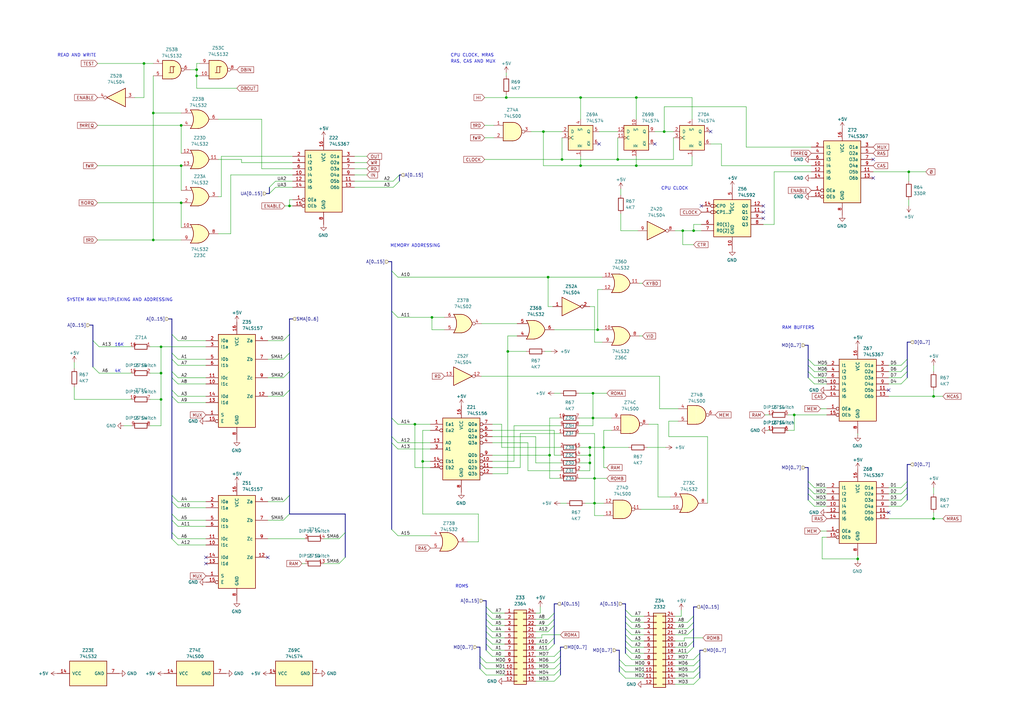
<source format=kicad_sch>
(kicad_sch (version 20230121) (generator eeschema)
  (paper "A3")
  (junction (at 238.125 67.945))
  (junction (at 382.905 212.725))
  (junction (at 253.365 65.405))
  (junction (at 66.04 153.035))
  (junction (at 260.985 67.945))
  (junction (at 66.04 163.83))
  (junction (at 238.125 40.005))
  (junction (at 260.985 40.005))
  (junction (at 243.205 171.45))
  (junction (at 243.84 196.215))
  (junction (at 372.745 70.485))
  (junction (at 247.65 183.515))
  (junction (at 177.165 130.175))
  (junction (at 173.355 189.23))
  (junction (at 74.295 83.185))
  (junction (at 62.865 98.425))
  (junction (at 207.645 40.005))
  (junction (at 224.79 113.665))
  (junction (at 222.885 53.975))
  (junction (at 325.755 170.18))
  (junction (at 225.425 186.69))
  (junction (at 74.295 51.435))
  (junction (at 208.28 144.145))
  (junction (at 241.935 189.865))
  (junction (at 243.84 206.375))
  (junction (at 66.04 142.24))
  (junction (at 62.865 46.355))
  (junction (at 243.205 161.29))
  (junction (at 230.505 65.405))
  (junction (at 272.415 53.975))
  (junction (at 351.79 229.235))
  (junction (at 284.48 94.615))
  (junction (at 241.935 183.515))
  (junction (at 170.18 173.99))
  (junction (at 118.745 84.455))
  (junction (at 74.295 67.945))
  (junction (at 241.935 186.69))
  (junction (at 59.055 26.035))
  (junction (at 245.11 135.255))
  (junction (at 80.645 31.115))
  (junction (at 382.905 162.56))
  (junction (at 80.645 28.575))
  (junction (at 280.035 94.615))
  (no_connect (at 287.655 84.455))
  (no_connect (at 245.745 59.055))
  (no_connect (at 364.49 160.02))
  (no_connect (at 84.455 228.6))
  (no_connect (at 358.14 73.025))
  (no_connect (at 313.055 86.995))
  (no_connect (at 109.855 228.6))
  (no_connect (at 364.49 210.185))
  (no_connect (at 313.055 89.535))
  (no_connect (at 358.14 65.405))
  (no_connect (at 291.465 53.975))
  (no_connect (at 84.455 231.14))
  (no_connect (at 268.605 59.055))
  (no_connect (at 313.055 84.455))
  (bus_entry (at 160.655 179.07) (size 2.54 2.54))
  (bus_entry (at 199.39 276.86) (size -2.54 -2.54))
  (bus_entry (at 256.54 278.13) (size -2.54 -2.54))
  (bus_entry (at 199.39 261.62) (size 2.54 2.54))
  (bus_entry (at 334.01 205.105) (size -2.54 -2.54))
  (bus_entry (at 70.485 144.78) (size 2.54 2.54))
  (bus_entry (at 160.655 111.125) (size 2.54 2.54))
  (bus_entry (at 139.065 220.98) (size 2.54 -2.54))
  (bus_entry (at 160.655 181.61) (size 2.54 2.54))
  (bus_entry (at 199.39 271.78) (size -2.54 -2.54))
  (bus_entry (at 160.655 127.635) (size 2.54 2.54))
  (bus_entry (at 369.57 207.645) (size 2.54 -2.54))
  (bus_entry (at 369.57 200.025) (size 2.54 -2.54))
  (bus_entry (at 256.54 275.59) (size -2.54 -2.54))
  (bus_entry (at 139.065 231.14) (size 2.54 -2.54))
  (bus_entry (at 116.205 139.7) (size 2.54 -2.54))
  (bus_entry (at 199.39 251.46) (size 2.54 2.54))
  (bus_entry (at 224.79 264.16) (size 2.54 -2.54))
  (bus_entry (at 116.205 147.32) (size 2.54 -2.54))
  (bus_entry (at 70.485 162.56) (size 2.54 2.54))
  (bus_entry (at 284.48 280.67) (size 2.54 -2.54))
  (bus_entry (at 224.79 259.08) (size 2.54 -2.54))
  (bus_entry (at 369.57 202.565) (size 2.54 -2.54))
  (bus_entry (at 116.205 205.74) (size 2.54 -2.54))
  (bus_entry (at 70.485 205.74) (size 2.54 2.54))
  (bus_entry (at 227.33 276.86) (size 2.54 -2.54))
  (bus_entry (at 369.57 152.4) (size 2.54 -2.54))
  (bus_entry (at 163.83 71.755) (size -2.54 2.54))
  (bus_entry (at 256.54 267.97) (size 2.54 2.54))
  (bus_entry (at 334.01 200.025) (size -2.54 -2.54))
  (bus_entry (at 369.57 205.105) (size 2.54 -2.54))
  (bus_entry (at 163.83 74.295) (size -2.54 2.54))
  (bus_entry (at 256.54 250.19) (size 2.54 2.54))
  (bus_entry (at 281.94 260.35) (size 2.54 -2.54))
  (bus_entry (at 70.485 154.94) (size 2.54 2.54))
  (bus_entry (at 256.54 273.05) (size -2.54 -2.54))
  (bus_entry (at 256.54 252.73) (size 2.54 2.54))
  (bus_entry (at 334.01 157.48) (size -2.54 -2.54))
  (bus_entry (at 284.48 278.13) (size 2.54 -2.54))
  (bus_entry (at 70.485 218.44) (size 2.54 2.54))
  (bus_entry (at 256.54 260.35) (size 2.54 2.54))
  (bus_entry (at 199.39 254) (size 2.54 2.54))
  (bus_entry (at 160.655 217.17) (size 2.54 2.54))
  (bus_entry (at 227.33 274.32) (size 2.54 -2.54))
  (bus_entry (at 116.205 154.94) (size 2.54 -2.54))
  (bus_entry (at 70.485 152.4) (size 2.54 2.54))
  (bus_entry (at 70.485 213.36) (size 2.54 2.54))
  (bus_entry (at 227.33 279.4) (size 2.54 -2.54))
  (bus_entry (at 281.94 267.97) (size 2.54 -2.54))
  (bus_entry (at 70.485 210.82) (size 2.54 2.54))
  (bus_entry (at 38.1 150.495) (size 2.54 2.54))
  (bus_entry (at 256.54 265.43) (size 2.54 2.54))
  (bus_entry (at 369.57 154.94) (size 2.54 -2.54))
  (bus_entry (at 70.485 203.2) (size 2.54 2.54))
  (bus_entry (at 284.48 275.59) (size 2.54 -2.54))
  (bus_entry (at 110.49 79.375) (size 2.54 -2.54))
  (bus_entry (at 224.79 254) (size 2.54 -2.54))
  (bus_entry (at 227.33 269.24) (size 2.54 -2.54))
  (bus_entry (at 334.01 202.565) (size -2.54 -2.54))
  (bus_entry (at 199.39 266.7) (size 2.54 2.54))
  (bus_entry (at 70.485 147.32) (size 2.54 2.54))
  (bus_entry (at 284.48 270.51) (size 2.54 -2.54))
  (bus_entry (at 334.01 149.86) (size -2.54 -2.54))
  (bus_entry (at 256.54 262.89) (size 2.54 2.54))
  (bus_entry (at 160.655 171.45) (size 2.54 2.54))
  (bus_entry (at 281.94 255.27) (size 2.54 -2.54))
  (bus_entry (at 256.54 255.27) (size 2.54 2.54))
  (bus_entry (at 199.39 248.92) (size 2.54 2.54))
  (bus_entry (at 224.79 266.7) (size 2.54 -2.54))
  (bus_entry (at 199.39 274.32) (size -2.54 -2.54))
  (bus_entry (at 334.01 207.645) (size -2.54 -2.54))
  (bus_entry (at 199.39 264.16) (size 2.54 2.54))
  (bus_entry (at 256.54 257.81) (size 2.54 2.54))
  (bus_entry (at 199.39 259.08) (size 2.54 2.54))
  (bus_entry (at 369.57 149.86) (size 2.54 -2.54))
  (bus_entry (at 227.33 271.78) (size 2.54 -2.54))
  (bus_entry (at 369.57 157.48) (size 2.54 -2.54))
  (bus_entry (at 110.49 76.835) (size 2.54 -2.54))
  (bus_entry (at 38.1 139.7) (size 2.54 2.54))
  (bus_entry (at 70.485 137.16) (size 2.54 2.54))
  (bus_entry (at 70.485 220.98) (size 2.54 2.54))
  (bus_entry (at 281.94 257.81) (size 2.54 -2.54))
  (bus_entry (at 284.48 273.05) (size 2.54 -2.54))
  (bus_entry (at 116.205 162.56) (size 2.54 -2.54))
  (bus_entry (at 70.485 160.02) (size 2.54 2.54))
  (bus_entry (at 281.94 265.43) (size 2.54 -2.54))
  (bus_entry (at 199.39 256.54) (size 2.54 2.54))
  (bus_entry (at 116.205 213.36) (size 2.54 -2.54))
  (bus_entry (at 334.01 152.4) (size -2.54 -2.54))
  (bus_entry (at 224.79 256.54) (size 2.54 -2.54))
  (bus_entry (at 334.01 154.94) (size -2.54 -2.54))
  (wire (pts (xy 30.48 148.59) (xy 30.48 151.13)))
  (wire (pts (xy 237.49 171.45) (xy 243.205 171.45)))
  (bus (pts (xy 70.485 144.78) (xy 70.485 147.32)))
  (wire (pts (xy 259.08 265.43) (xy 264.16 265.43)))
  (wire (pts (xy 339.09 200.025) (xy 334.01 200.025)))
  (wire (pts (xy 237.49 196.215) (xy 243.84 196.215)))
  (wire (pts (xy 339.09 207.645) (xy 334.01 207.645)))
  (wire (pts (xy 269.875 173.99) (xy 269.875 203.835)))
  (bus (pts (xy 331.47 200.025) (xy 331.47 202.565)))
  (wire (pts (xy 199.39 276.86) (xy 207.01 276.86)))
  (wire (pts (xy 241.935 193.04) (xy 241.935 189.865)))
  (wire (pts (xy 173.355 210.82) (xy 196.215 210.82)))
  (bus (pts (xy 118.745 203.2) (xy 118.745 210.82)))
  (wire (pts (xy 372.745 81.915) (xy 372.745 84.455)))
  (bus (pts (xy 199.39 254) (xy 199.39 256.54)))
  (wire (pts (xy 90.805 64.135) (xy 120.015 64.135)))
  (wire (pts (xy 173.355 189.23) (xy 173.355 210.82)))
  (wire (pts (xy 260.985 67.945) (xy 238.125 67.945)))
  (wire (pts (xy 201.93 264.16) (xy 207.01 264.16)))
  (wire (pts (xy 219.71 189.865) (xy 229.87 189.865)))
  (wire (pts (xy 280.035 100.33) (xy 284.48 100.33)))
  (wire (pts (xy 198.755 40.005) (xy 207.645 40.005)))
  (wire (pts (xy 259.08 270.51) (xy 264.16 270.51)))
  (wire (pts (xy 382.905 210.185) (xy 382.905 212.725)))
  (bus (pts (xy 118.745 137.16) (xy 118.745 144.78)))
  (bus (pts (xy 196.85 269.24) (xy 196.85 271.78)))
  (wire (pts (xy 197.485 154.305) (xy 270.51 154.305)))
  (wire (pts (xy 219.71 179.07) (xy 219.71 189.865)))
  (wire (pts (xy 145.415 74.295) (xy 161.29 74.295)))
  (wire (pts (xy 73.025 223.52) (xy 84.455 223.52)))
  (wire (pts (xy 317.5 92.075) (xy 317.5 70.485)))
  (bus (pts (xy 227.33 256.54) (xy 227.33 261.62)))
  (wire (pts (xy 339.09 220.345) (xy 337.185 220.345)))
  (bus (pts (xy 229.87 271.78) (xy 229.87 274.32)))
  (wire (pts (xy 339.09 149.86) (xy 334.01 149.86)))
  (bus (pts (xy 118.745 210.82) (xy 141.605 210.82)))
  (wire (pts (xy 216.535 181.61) (xy 216.535 193.04)))
  (bus (pts (xy 331.47 152.4) (xy 331.47 154.94)))
  (bus (pts (xy 287.02 270.51) (xy 287.02 273.05)))
  (wire (pts (xy 222.25 260.35) (xy 222.25 261.62)))
  (wire (pts (xy 276.225 65.405) (xy 276.225 56.515)))
  (wire (pts (xy 245.11 135.255) (xy 247.015 135.255)))
  (wire (pts (xy 314.96 176.53) (xy 315.595 176.53)))
  (bus (pts (xy 110.49 79.375) (xy 110.49 76.835)))
  (wire (pts (xy 290.195 179.07) (xy 274.32 179.07)))
  (bus (pts (xy 256.54 262.89) (xy 256.54 265.43)))
  (wire (pts (xy 274.32 172.72) (xy 278.13 172.72)))
  (wire (pts (xy 283.845 64.135) (xy 283.845 67.945)))
  (wire (pts (xy 145.415 69.215) (xy 150.495 69.215)))
  (wire (pts (xy 351.79 178.435) (xy 351.79 177.8)))
  (bus (pts (xy 70.485 210.82) (xy 70.485 213.36)))
  (wire (pts (xy 291.465 59.055) (xy 295.91 59.055)))
  (wire (pts (xy 386.715 162.56) (xy 382.905 162.56)))
  (bus (pts (xy 372.11 149.86) (xy 372.11 152.4)))
  (wire (pts (xy 259.08 255.27) (xy 264.16 255.27)))
  (bus (pts (xy 227.33 261.62) (xy 227.33 264.16)))
  (wire (pts (xy 280.67 261.62) (xy 280.67 262.89)))
  (wire (pts (xy 241.935 186.69) (xy 241.935 183.515)))
  (wire (pts (xy 372.745 70.485) (xy 379.73 70.485)))
  (wire (pts (xy 288.29 261.62) (xy 280.67 261.62)))
  (wire (pts (xy 109.855 139.7) (xy 116.205 139.7)))
  (bus (pts (xy 196.85 265.43) (xy 196.85 269.24)))
  (wire (pts (xy 201.93 173.99) (xy 205.74 173.99)))
  (bus (pts (xy 284.48 262.89) (xy 284.48 265.43)))
  (bus (pts (xy 160.655 107.315) (xy 160.655 111.125)))
  (wire (pts (xy 73.025 154.94) (xy 84.455 154.94)))
  (bus (pts (xy 254 266.7) (xy 254 270.51)))
  (wire (pts (xy 276.86 252.73) (xy 279.4 252.73)))
  (bus (pts (xy 372.11 140.335) (xy 372.11 147.32)))
  (wire (pts (xy 219.71 276.86) (xy 227.33 276.86)))
  (bus (pts (xy 254 270.51) (xy 254 273.05)))
  (wire (pts (xy 198.755 56.515) (xy 202.565 56.515)))
  (wire (pts (xy 276.86 267.97) (xy 281.94 267.97)))
  (bus (pts (xy 256.54 252.73) (xy 256.54 255.27)))
  (wire (pts (xy 227.33 161.29) (xy 229.87 161.29)))
  (wire (pts (xy 382.905 212.725) (xy 364.49 212.725)))
  (wire (pts (xy 247.65 206.375) (xy 243.84 206.375)))
  (wire (pts (xy 247.65 176.53) (xy 247.65 183.515)))
  (wire (pts (xy 182.245 135.255) (xy 177.165 135.255)))
  (wire (pts (xy 109.855 205.74) (xy 116.205 205.74)))
  (bus (pts (xy 118.745 130.81) (xy 118.745 137.16)))
  (wire (pts (xy 212.09 132.715) (xy 197.485 132.715)))
  (wire (pts (xy 276.86 260.35) (xy 281.94 260.35)))
  (wire (pts (xy 81.915 31.115) (xy 80.645 31.115)))
  (wire (pts (xy 177.165 135.255) (xy 177.165 130.175)))
  (bus (pts (xy 284.48 248.92) (xy 284.48 252.73)))
  (wire (pts (xy 120.015 81.915) (xy 118.745 81.915)))
  (wire (pts (xy 358.14 70.485) (xy 372.745 70.485)))
  (wire (pts (xy 163.195 173.99) (xy 170.18 173.99)))
  (wire (pts (xy 208.28 194.31) (xy 201.93 194.31)))
  (bus (pts (xy 288.29 266.7) (xy 287.02 266.7)))
  (wire (pts (xy 217.805 53.975) (xy 222.885 53.975)))
  (wire (pts (xy 382.905 200.025) (xy 382.905 202.565)))
  (wire (pts (xy 272.415 53.975) (xy 276.225 53.975)))
  (wire (pts (xy 283.845 67.945) (xy 260.985 67.945)))
  (wire (pts (xy 208.28 144.145) (xy 208.28 194.31)))
  (wire (pts (xy 173.355 176.53) (xy 173.355 189.23)))
  (bus (pts (xy 70.485 147.32) (xy 70.485 152.4)))
  (bus (pts (xy 70.485 137.16) (xy 70.485 144.78)))
  (bus (pts (xy 70.485 213.36) (xy 70.485 218.44)))
  (bus (pts (xy 284.48 255.27) (xy 284.48 257.81)))
  (wire (pts (xy 219.71 256.54) (xy 224.79 256.54)))
  (wire (pts (xy 224.79 113.665) (xy 247.015 113.665)))
  (wire (pts (xy 270.51 154.305) (xy 270.51 167.64)))
  (wire (pts (xy 284.48 92.075) (xy 284.48 94.615)))
  (wire (pts (xy 290.195 206.375) (xy 290.195 179.07)))
  (bus (pts (xy 252.73 266.7) (xy 254 266.7)))
  (wire (pts (xy 339.09 217.805) (xy 336.55 217.805)))
  (bus (pts (xy 38.1 139.7) (xy 38.1 150.495)))
  (wire (pts (xy 227.33 186.69) (xy 229.87 186.69)))
  (wire (pts (xy 113.03 74.295) (xy 120.015 74.295)))
  (wire (pts (xy 339.09 152.4) (xy 334.01 152.4)))
  (wire (pts (xy 176.53 191.77) (xy 170.18 191.77)))
  (wire (pts (xy 247.65 183.515) (xy 257.81 183.515)))
  (wire (pts (xy 59.055 26.035) (xy 59.055 40.005)))
  (wire (pts (xy 40.64 153.035) (xy 53.975 153.035)))
  (wire (pts (xy 325.755 170.18) (xy 339.09 170.18)))
  (wire (pts (xy 339.09 157.48) (xy 334.01 157.48)))
  (bus (pts (xy 255.27 247.65) (xy 256.54 247.65)))
  (wire (pts (xy 280.035 94.615) (xy 284.48 94.615)))
  (wire (pts (xy 163.195 184.15) (xy 176.53 184.15)))
  (wire (pts (xy 80.645 26.035) (xy 80.645 28.575)))
  (wire (pts (xy 241.935 183.515) (xy 237.49 183.515)))
  (wire (pts (xy 256.54 273.05) (xy 264.16 273.05)))
  (wire (pts (xy 247.65 183.515) (xy 247.65 191.77)))
  (wire (pts (xy 382.905 149.86) (xy 382.905 152.4)))
  (bus (pts (xy 256.54 260.35) (xy 256.54 262.89)))
  (wire (pts (xy 145.415 64.135) (xy 150.495 64.135)))
  (wire (pts (xy 382.905 160.02) (xy 382.905 162.56)))
  (bus (pts (xy 284.48 252.73) (xy 284.48 255.27)))
  (bus (pts (xy 229.87 269.24) (xy 229.87 271.78)))
  (wire (pts (xy 73.025 220.98) (xy 84.455 220.98)))
  (wire (pts (xy 50.8 174.625) (xy 53.975 174.625)))
  (wire (pts (xy 382.905 162.56) (xy 364.49 162.56)))
  (wire (pts (xy 243.84 177.8) (xy 243.84 196.215)))
  (wire (pts (xy 163.195 130.175) (xy 177.165 130.175)))
  (wire (pts (xy 225.425 171.45) (xy 225.425 186.69)))
  (wire (pts (xy 90.805 80.645) (xy 89.535 80.645)))
  (wire (pts (xy 73.025 162.56) (xy 84.455 162.56)))
  (wire (pts (xy 259.08 257.81) (xy 264.16 257.81)))
  (wire (pts (xy 269.875 203.835) (xy 274.955 203.835)))
  (wire (pts (xy 40.005 51.435) (xy 74.295 51.435)))
  (wire (pts (xy 89.535 65.405) (xy 99.06 65.405)))
  (wire (pts (xy 216.535 193.04) (xy 229.87 193.04)))
  (wire (pts (xy 221.615 251.46) (xy 221.615 248.92)))
  (wire (pts (xy 237.49 186.69) (xy 241.935 186.69)))
  (wire (pts (xy 210.82 189.23) (xy 210.82 174.625)))
  (wire (pts (xy 226.06 144.145) (xy 223.52 144.145)))
  (wire (pts (xy 263.525 116.205) (xy 262.255 116.205)))
  (wire (pts (xy 364.49 202.565) (xy 369.57 202.565)))
  (wire (pts (xy 81.915 26.035) (xy 80.645 26.035)))
  (bus (pts (xy 285.75 248.92) (xy 284.48 248.92)))
  (wire (pts (xy 256.54 275.59) (xy 264.16 275.59)))
  (wire (pts (xy 245.745 53.975) (xy 253.365 53.975)))
  (bus (pts (xy 164.465 71.755) (xy 163.83 71.755)))
  (wire (pts (xy 145.415 66.675) (xy 150.495 66.675)))
  (wire (pts (xy 339.09 202.565) (xy 334.01 202.565)))
  (wire (pts (xy 201.93 176.53) (xy 227.33 176.53)))
  (wire (pts (xy 61.595 153.035) (xy 66.04 153.035)))
  (wire (pts (xy 219.71 251.46) (xy 221.615 251.46)))
  (wire (pts (xy 207.645 40.005) (xy 238.125 40.005)))
  (bus (pts (xy 372.11 197.485) (xy 372.11 200.025)))
  (wire (pts (xy 73.025 215.9) (xy 84.455 215.9)))
  (wire (pts (xy 280.035 94.615) (xy 280.035 100.33)))
  (bus (pts (xy 287.02 275.59) (xy 287.02 278.13)))
  (wire (pts (xy 208.28 137.795) (xy 208.28 144.145)))
  (wire (pts (xy 66.04 174.625) (xy 66.04 163.83)))
  (bus (pts (xy 256.54 247.65) (xy 256.54 250.19)))
  (wire (pts (xy 283.845 48.895) (xy 283.845 40.005)))
  (wire (pts (xy 245.11 135.255) (xy 245.11 118.745)))
  (wire (pts (xy 201.93 186.69) (xy 225.425 186.69)))
  (wire (pts (xy 199.39 274.32) (xy 207.01 274.32)))
  (wire (pts (xy 238.125 40.005) (xy 260.985 40.005)))
  (wire (pts (xy 260.985 40.005) (xy 283.845 40.005)))
  (bus (pts (xy 331.47 149.86) (xy 331.47 152.4)))
  (wire (pts (xy 259.08 267.97) (xy 264.16 267.97)))
  (wire (pts (xy 30.48 163.83) (xy 30.48 158.75)))
  (wire (pts (xy 243.205 161.29) (xy 248.92 161.29)))
  (wire (pts (xy 73.025 157.48) (xy 84.455 157.48)))
  (bus (pts (xy 199.39 264.16) (xy 199.39 266.7)))
  (bus (pts (xy 372.11 147.32) (xy 372.11 149.86)))
  (wire (pts (xy 238.125 67.945) (xy 222.885 67.945)))
  (wire (pts (xy 247.65 191.77) (xy 248.92 191.77)))
  (wire (pts (xy 59.055 40.005) (xy 55.245 40.005)))
  (bus (pts (xy 372.11 202.565) (xy 372.11 205.105)))
  (wire (pts (xy 210.82 174.625) (xy 229.87 174.625)))
  (wire (pts (xy 243.205 161.29) (xy 243.205 171.45)))
  (bus (pts (xy 229.87 265.43) (xy 229.87 266.7)))
  (wire (pts (xy 227.33 176.53) (xy 227.33 186.69)))
  (bus (pts (xy 198.12 246.38) (xy 199.39 246.38)))
  (wire (pts (xy 259.08 262.89) (xy 264.16 262.89)))
  (bus (pts (xy 160.655 179.07) (xy 160.655 181.61)))
  (bus (pts (xy 160.655 181.61) (xy 160.655 217.17)))
  (bus (pts (xy 227.33 254) (xy 227.33 256.54)))
  (bus (pts (xy 38.1 133.35) (xy 38.1 139.7)))
  (bus (pts (xy 118.745 144.78) (xy 118.745 152.4)))
  (bus (pts (xy 330.2 141.605) (xy 331.47 141.605)))
  (wire (pts (xy 118.745 84.455) (xy 120.015 84.455)))
  (wire (pts (xy 201.93 269.24) (xy 207.01 269.24)))
  (bus (pts (xy 256.54 257.81) (xy 256.54 260.35)))
  (wire (pts (xy 230.505 56.515) (xy 230.505 65.405)))
  (wire (pts (xy 274.32 179.07) (xy 274.32 172.72)))
  (wire (pts (xy 250.825 171.45) (xy 243.205 171.45)))
  (wire (pts (xy 243.205 174.625) (xy 243.205 171.45)))
  (wire (pts (xy 66.04 163.83) (xy 66.04 153.035)))
  (wire (pts (xy 201.93 254) (xy 207.01 254)))
  (wire (pts (xy 364.49 205.105) (xy 369.57 205.105)))
  (wire (pts (xy 339.09 167.64) (xy 336.55 167.64)))
  (wire (pts (xy 212.09 137.795) (xy 208.28 137.795)))
  (bus (pts (xy 256.54 250.19) (xy 256.54 252.73)))
  (wire (pts (xy 73.025 147.32) (xy 84.455 147.32)))
  (wire (pts (xy 254.635 77.47) (xy 254.635 80.01)))
  (wire (pts (xy 262.89 208.915) (xy 274.955 208.915)))
  (wire (pts (xy 99.06 66.675) (xy 120.015 66.675)))
  (wire (pts (xy 89.535 95.885) (xy 94.615 95.885)))
  (wire (pts (xy 201.93 266.7) (xy 207.01 266.7)))
  (bus (pts (xy 141.605 210.82) (xy 141.605 218.44)))
  (wire (pts (xy 323.215 170.18) (xy 325.755 170.18)))
  (wire (pts (xy 66.04 153.035) (xy 66.04 142.24)))
  (wire (pts (xy 276.86 280.67) (xy 284.48 280.67)))
  (wire (pts (xy 386.715 212.725) (xy 382.905 212.725)))
  (bus (pts (xy 120.015 130.81) (xy 118.745 130.81)))
  (bus (pts (xy 36.83 133.35) (xy 38.1 133.35)))
  (wire (pts (xy 80.645 31.115) (xy 80.645 36.195)))
  (wire (pts (xy 109.855 220.98) (xy 125.095 220.98)))
  (bus (pts (xy 118.745 152.4) (xy 118.745 160.02)))
  (wire (pts (xy 219.71 259.08) (xy 224.79 259.08)))
  (wire (pts (xy 40.005 26.035) (xy 59.055 26.035)))
  (wire (pts (xy 132.715 231.14) (xy 139.065 231.14)))
  (wire (pts (xy 332.74 67.945) (xy 295.91 67.945)))
  (bus (pts (xy 163.83 71.755) (xy 163.83 74.295)))
  (wire (pts (xy 219.71 264.16) (xy 224.79 264.16)))
  (bus (pts (xy 69.215 130.81) (xy 70.485 130.81)))
  (wire (pts (xy 272.415 43.815) (xy 306.07 43.815)))
  (wire (pts (xy 213.36 177.8) (xy 229.87 177.8)))
  (bus (pts (xy 227.33 247.65) (xy 227.33 251.46)))
  (bus (pts (xy 330.2 191.77) (xy 331.47 191.77)))
  (wire (pts (xy 94.615 71.755) (xy 120.015 71.755)))
  (wire (pts (xy 229.87 206.375) (xy 232.41 206.375)))
  (wire (pts (xy 170.18 173.99) (xy 176.53 173.99)))
  (wire (pts (xy 295.91 59.055) (xy 295.91 67.945)))
  (bus (pts (xy 195.58 265.43) (xy 196.85 265.43)))
  (wire (pts (xy 306.07 60.325) (xy 332.74 60.325)))
  (wire (pts (xy 247.65 211.455) (xy 243.84 211.455)))
  (bus (pts (xy 159.385 107.315) (xy 160.655 107.315)))
  (bus (pts (xy 70.485 154.94) (xy 70.485 160.02)))
  (wire (pts (xy 243.84 206.375) (xy 240.03 206.375)))
  (wire (pts (xy 247.65 176.53) (xy 250.825 176.53)))
  (wire (pts (xy 113.03 76.835) (xy 120.015 76.835)))
  (wire (pts (xy 219.71 269.24) (xy 227.33 269.24)))
  (bus (pts (xy 199.39 259.08) (xy 199.39 261.62)))
  (bus (pts (xy 70.485 162.56) (xy 70.485 203.2)))
  (wire (pts (xy 73.025 149.86) (xy 84.455 149.86)))
  (bus (pts (xy 199.39 256.54) (xy 199.39 259.08)))
  (wire (pts (xy 205.74 183.515) (xy 229.87 183.515)))
  (bus (pts (xy 70.485 160.02) (xy 70.485 162.56)))
  (wire (pts (xy 325.755 176.53) (xy 325.755 170.18)))
  (wire (pts (xy 219.71 274.32) (xy 227.33 274.32)))
  (wire (pts (xy 196.215 210.82) (xy 196.215 222.25)))
  (bus (pts (xy 70.485 205.74) (xy 70.485 210.82)))
  (wire (pts (xy 145.415 71.755) (xy 150.495 71.755)))
  (bus (pts (xy 118.745 160.02) (xy 118.745 203.2)))
  (wire (pts (xy 40.005 98.425) (xy 62.865 98.425)))
  (wire (pts (xy 243.84 125.73) (xy 243.84 140.335)))
  (wire (pts (xy 62.865 31.115) (xy 62.865 46.355)))
  (wire (pts (xy 40.005 67.945) (xy 74.295 67.945)))
  (wire (pts (xy 259.08 252.73) (xy 264.16 252.73)))
  (wire (pts (xy 201.93 259.08) (xy 207.01 259.08)))
  (wire (pts (xy 268.605 53.975) (xy 272.415 53.975)))
  (bus (pts (xy 373.38 190.5) (xy 372.11 190.5)))
  (bus (pts (xy 160.655 111.125) (xy 160.655 127.635)))
  (wire (pts (xy 229.87 260.35) (xy 222.25 260.35)))
  (wire (pts (xy 198.755 51.435) (xy 202.565 51.435)))
  (wire (pts (xy 40.005 83.185) (xy 74.295 83.185)))
  (wire (pts (xy 254.635 94.615) (xy 261.62 94.615)))
  (wire (pts (xy 207.645 29.845) (xy 207.645 31.115)))
  (wire (pts (xy 213.36 191.77) (xy 213.36 177.8)))
  (wire (pts (xy 201.93 261.62) (xy 207.01 261.62)))
  (wire (pts (xy 199.39 271.78) (xy 207.01 271.78)))
  (wire (pts (xy 238.125 64.135) (xy 238.125 67.945)))
  (wire (pts (xy 364.49 157.48) (xy 369.57 157.48)))
  (bus (pts (xy 196.85 271.78) (xy 196.85 274.32)))
  (wire (pts (xy 306.07 43.815) (xy 306.07 60.325)))
  (bus (pts (xy 199.39 251.46) (xy 199.39 254)))
  (bus (pts (xy 256.54 265.43) (xy 256.54 267.97)))
  (wire (pts (xy 74.295 51.435) (xy 74.295 62.865)))
  (wire (pts (xy 364.49 149.86) (xy 369.57 149.86)))
  (wire (pts (xy 222.25 261.62) (xy 219.71 261.62)))
  (wire (pts (xy 118.745 81.915) (xy 118.745 84.455)))
  (bus (pts (xy 109.22 79.375) (xy 110.49 79.375)))
  (bus (pts (xy 229.87 266.7) (xy 229.87 269.24)))
  (wire (pts (xy 243.84 196.215) (xy 243.84 206.375)))
  (wire (pts (xy 201.93 191.77) (xy 213.36 191.77)))
  (wire (pts (xy 207.645 38.735) (xy 207.645 40.005)))
  (bus (pts (xy 284.48 257.81) (xy 284.48 262.89)))
  (wire (pts (xy 173.355 189.23) (xy 176.53 189.23)))
  (wire (pts (xy 201.93 256.54) (xy 207.01 256.54)))
  (wire (pts (xy 270.51 167.64) (xy 278.13 167.64)))
  (wire (pts (xy 351.79 229.235) (xy 351.79 227.965)))
  (wire (pts (xy 256.54 278.13) (xy 264.16 278.13)))
  (wire (pts (xy 230.505 65.405) (xy 253.365 65.405)))
  (wire (pts (xy 364.49 152.4) (xy 369.57 152.4)))
  (wire (pts (xy 201.93 251.46) (xy 207.01 251.46)))
  (wire (pts (xy 287.655 94.615) (xy 284.48 94.615)))
  (wire (pts (xy 241.935 125.73) (xy 243.84 125.73)))
  (bus (pts (xy 229.87 274.32) (xy 229.87 276.86)))
  (wire (pts (xy 364.49 207.645) (xy 369.57 207.645)))
  (wire (pts (xy 280.67 262.89) (xy 276.86 262.89)))
  (wire (pts (xy 109.855 147.32) (xy 116.205 147.32)))
  (wire (pts (xy 276.86 257.81) (xy 281.94 257.81)))
  (wire (pts (xy 201.93 189.23) (xy 210.82 189.23)))
  (bus (pts (xy 287.02 267.97) (xy 287.02 270.51)))
  (wire (pts (xy 276.86 273.05) (xy 284.48 273.05)))
  (wire (pts (xy 80.645 36.195) (xy 97.155 36.195)))
  (bus (pts (xy 331.47 197.485) (xy 331.47 200.025)))
  (wire (pts (xy 73.025 139.7) (xy 84.455 139.7)))
  (wire (pts (xy 219.71 279.4) (xy 227.33 279.4)))
  (wire (pts (xy 287.655 92.075) (xy 284.48 92.075)))
  (wire (pts (xy 276.86 255.27) (xy 281.94 255.27)))
  (bus (pts (xy 199.39 246.38) (xy 199.39 248.92)))
  (wire (pts (xy 263.525 137.795) (xy 262.255 137.795)))
  (wire (pts (xy 351.79 229.87) (xy 351.79 229.235)))
  (wire (pts (xy 323.215 176.53) (xy 325.755 176.53)))
  (bus (pts (xy 199.39 261.62) (xy 199.39 264.16)))
  (wire (pts (xy 241.935 183.515) (xy 247.65 183.515)))
  (wire (pts (xy 238.125 40.005) (xy 238.125 48.895)))
  (wire (pts (xy 132.715 220.98) (xy 139.065 220.98)))
  (wire (pts (xy 107.315 48.895) (xy 107.315 69.215)))
  (wire (pts (xy 313.69 170.18) (xy 315.595 170.18)))
  (wire (pts (xy 61.595 174.625) (xy 66.04 174.625)))
  (wire (pts (xy 276.86 275.59) (xy 284.48 275.59)))
  (bus (pts (xy 70.485 218.44) (xy 70.485 220.98)))
  (bus (pts (xy 70.485 152.4) (xy 70.485 154.94)))
  (bus (pts (xy 287.02 266.7) (xy 287.02 267.97)))
  (wire (pts (xy 80.645 28.575) (xy 78.105 28.575)))
  (wire (pts (xy 222.885 53.975) (xy 230.505 53.975)))
  (wire (pts (xy 339.09 154.94) (xy 334.01 154.94)))
  (wire (pts (xy 276.86 278.13) (xy 284.48 278.13)))
  (wire (pts (xy 317.5 70.485) (xy 332.74 70.485)))
  (bus (pts (xy 373.38 140.335) (xy 372.11 140.335)))
  (wire (pts (xy 337.185 220.345) (xy 337.185 229.235)))
  (wire (pts (xy 237.49 177.8) (xy 243.84 177.8)))
  (wire (pts (xy 74.295 83.185) (xy 74.295 93.345)))
  (wire (pts (xy 237.49 189.865) (xy 241.935 189.865)))
  (wire (pts (xy 245.11 118.745) (xy 247.015 118.745)))
  (bus (pts (xy 160.655 171.45) (xy 160.655 179.07)))
  (bus (pts (xy 254 273.05) (xy 254 275.59)))
  (wire (pts (xy 276.86 265.43) (xy 281.94 265.43)))
  (wire (pts (xy 339.09 205.105) (xy 334.01 205.105)))
  (wire (pts (xy 225.425 186.69) (xy 225.425 196.215)))
  (bus (pts (xy 231.14 265.43) (xy 229.87 265.43)))
  (wire (pts (xy 94.615 95.885) (xy 94.615 71.755)))
  (wire (pts (xy 89.535 48.895) (xy 107.315 48.895)))
  (wire (pts (xy 279.4 252.73) (xy 279.4 250.19)))
  (wire (pts (xy 253.365 65.405) (xy 276.225 65.405)))
  (wire (pts (xy 237.49 193.04) (xy 241.935 193.04)))
  (wire (pts (xy 109.855 213.36) (xy 116.205 213.36)))
  (wire (pts (xy 313.055 92.075) (xy 317.5 92.075)))
  (wire (pts (xy 237.49 174.625) (xy 243.205 174.625)))
  (wire (pts (xy 225.425 196.215) (xy 229.87 196.215)))
  (bus (pts (xy 331.47 202.565) (xy 331.47 205.105)))
  (wire (pts (xy 73.025 165.1) (xy 84.455 165.1)))
  (wire (pts (xy 229.87 171.45) (xy 225.425 171.45)))
  (wire (pts (xy 243.84 140.335) (xy 247.015 140.335)))
  (wire (pts (xy 364.49 200.025) (xy 369.57 200.025)))
  (wire (pts (xy 73.025 205.74) (xy 84.455 205.74)))
  (wire (pts (xy 109.855 162.56) (xy 116.205 162.56)))
  (bus (pts (xy 372.11 152.4) (xy 372.11 154.94)))
  (bus (pts (xy 70.485 130.81) (xy 70.485 137.16)))
  (wire (pts (xy 61.595 163.83) (xy 66.04 163.83)))
  (wire (pts (xy 260.985 40.005) (xy 260.985 48.895)))
  (wire (pts (xy 272.415 53.975) (xy 272.415 43.815)))
  (bus (pts (xy 372.11 190.5) (xy 372.11 197.485)))
  (bus (pts (xy 160.655 127.635) (xy 160.655 171.45)))
  (wire (pts (xy 90.805 80.645) (xy 90.805 64.135)))
  (wire (pts (xy 198.755 65.405) (xy 230.505 65.405)))
  (wire (pts (xy 170.18 173.99) (xy 170.18 191.77)))
  (wire (pts (xy 226.695 125.73) (xy 224.79 125.73)))
  (bus (pts (xy 141.605 218.44) (xy 141.605 228.6)))
  (wire (pts (xy 364.49 154.94) (xy 369.57 154.94)))
  (wire (pts (xy 73.025 208.28) (xy 84.455 208.28)))
  (wire (pts (xy 227.33 135.255) (xy 245.11 135.255)))
  (wire (pts (xy 201.93 181.61) (xy 216.535 181.61)))
  (wire (pts (xy 241.935 189.865) (xy 241.935 186.69)))
  (bus (pts (xy 372.11 200.025) (xy 372.11 202.565)))
  (wire (pts (xy 177.165 130.175) (xy 182.245 130.175)))
  (wire (pts (xy 219.71 254) (xy 224.79 254)))
  (wire (pts (xy 201.93 179.07) (xy 219.71 179.07)))
  (wire (pts (xy 62.865 98.425) (xy 74.295 98.425)))
  (wire (pts (xy 243.84 196.215) (xy 248.92 196.215)))
  (wire (pts (xy 116.84 84.455) (xy 118.745 84.455)))
  (wire (pts (xy 145.415 76.835) (xy 161.29 76.835)))
  (wire (pts (xy 219.71 266.7) (xy 224.79 266.7)))
  (bus (pts (xy 256.54 255.27) (xy 256.54 257.81)))
  (wire (pts (xy 259.08 260.35) (xy 264.16 260.35)))
  (wire (pts (xy 123.825 231.14) (xy 125.095 231.14)))
  (wire (pts (xy 74.295 67.945) (xy 74.295 78.105)))
  (bus (pts (xy 199.39 248.92) (xy 199.39 251.46)))
  (wire (pts (xy 66.04 142.24) (xy 61.595 142.24)))
  (bus (pts (xy 227.33 251.46) (xy 227.33 254)))
  (wire (pts (xy 176.53 176.53) (xy 173.355 176.53)))
  (wire (pts (xy 237.49 161.29) (xy 243.205 161.29)))
  (wire (pts (xy 163.195 113.665) (xy 224.79 113.665)))
  (bus (pts (xy 228.6 247.65) (xy 227.33 247.65)))
  (wire (pts (xy 107.315 69.215) (xy 120.015 69.215)))
  (wire (pts (xy 62.865 26.035) (xy 59.055 26.035)))
  (wire (pts (xy 66.04 142.24) (xy 84.455 142.24)))
  (wire (pts (xy 163.195 181.61) (xy 176.53 181.61)))
  (wire (pts (xy 253.365 56.515) (xy 253.365 65.405)))
  (wire (pts (xy 266.065 173.99) (xy 269.875 173.99)))
  (wire (pts (xy 265.43 183.515) (xy 273.05 183.515)))
  (wire (pts (xy 219.71 271.78) (xy 227.33 271.78)))
  (bus (pts (xy 331.47 147.32) (xy 331.47 149.86)))
  (wire (pts (xy 337.185 229.235) (xy 351.79 229.235)))
  (bus (pts (xy 331.47 191.77) (xy 331.47 197.485)))
  (wire (pts (xy 222.885 67.945) (xy 222.885 53.975)))
  (wire (pts (xy 205.74 173.99) (xy 205.74 183.515)))
  (wire (pts (xy 224.79 125.73) (xy 224.79 113.665)))
  (wire (pts (xy 80.645 31.115) (xy 80.645 28.575)))
  (wire (pts (xy 163.195 219.71) (xy 176.53 219.71)))
  (bus (pts (xy 331.47 141.605) (xy 331.47 147.32)))
  (wire (pts (xy 99.06 65.405) (xy 99.06 66.675)))
  (wire (pts (xy 276.86 270.51) (xy 284.48 270.51)))
  (wire (pts (xy 276.86 94.615) (xy 280.035 94.615)))
  (wire (pts (xy 372.745 70.485) (xy 372.745 74.295)))
  (wire (pts (xy 260.985 64.135) (xy 260.985 67.945)))
  (wire (pts (xy 74.295 46.355) (xy 62.865 46.355)))
  (wire (pts (xy 196.215 222.25) (xy 191.77 222.25)))
  (wire (pts (xy 40.64 142.24) (xy 53.975 142.24)))
  (bus (pts (xy 287.02 273.05) (xy 287.02 275.59)))
  (bus (pts (xy 70.485 203.2) (xy 70.485 205.74)))
  (wire (pts (xy 243.84 211.455) (xy 243.84 206.375)))
  (wire (pts (xy 73.025 213.36) (xy 84.455 213.36)))
  (wire (pts (xy 53.975 163.83) (xy 30.48 163.83)))
  (wire (pts (xy 62.865 46.355) (xy 62.865 98.425)))
  (wire (pts (xy 208.28 144.145) (xy 215.9 144.145)))
  (wire (pts (xy 109.855 154.94) (xy 116.205 154.94)))
  (wire (pts (xy 254.635 94.615) (xy 254.635 87.63)))
  (text "CPU CLOCK" (at 271.145 78.105 0) (effects (font (size 1.27 1.27)) (justify left bottom)))
  (text "16K" (at 46.99 142.24 0) (effects (font (size 1.27 1.27)) (justify left bottom)))
  (text "RAM BUFFERS" (at 320.675 135.255 0) (effects (font (size 1.27 1.27)) (justify left bottom)))
  (text "4K" (at 46.99 153.035 0) (effects (font (size 1.27 1.27)) (justify left bottom)))
  (text "READ AND WRITE\n" (at 23.495 23.495 0) (effects (font (size 1.27 1.27)) (justify left bottom)))
  (text "MEMORY ADDRESSING" (at 160.02 101.6 0) (effects (font (size 1.27 1.27)) (justify left bottom)))
  (text "RAS, CAS AND MUX" (at 184.785 26.035 0) (effects (font (size 1.27 1.27)) (justify left bottom)))
  (text "SYSTEM RAM MULTIPLEXING AND ADDRESSING" (at 27.305 123.825 0) (effects (font (size 1.27 1.27)) (justify left bottom)))
  (text "ROMS" (at 186.69 241.3 0) (effects (font (size 1.27 1.27)) (justify left bottom)))
  (text "CPU CLOCK, MRAS" (at 184.785 23.495 0) (effects (font (size 1.27 1.27)) (justify left bottom)))
  (label "D1" (at 365.125 200.025 0))
  (label "MD1" (at 334.645 200.025 0))
  (label "D0" (at 365.125 207.645 0))
  (label "MD3" (at 278.13 280.67 0))
  (label "MD2" (at 203.2 276.86 0))
  (label "A6" (at 41.91 153.035 0))
  (label "A11" (at 220.98 266.7 0))
  (label "A10" (at 220.98 264.16 0))
  (label "A5" (at 203.2 256.54 0))
  (label "A8" (at 74.295 157.48 0))
  (label "A6" (at 260.35 255.27 0))
  (label "A9" (at 220.98 256.54 0))
  (label "A9" (at 74.295 165.1 0))
  (label "SMA4" (at 111.125 205.74 0))
  (label "A9" (at 278.13 257.81 0))
  (label "A12" (at 220.98 259.08 0))
  (label "MD0" (at 203.2 271.78 0))
  (label "MD2" (at 260.35 278.13 0))
  (label "A4" (at 260.35 260.35 0))
  (label "MD0" (at 260.35 273.05 0))
  (label "SMA1" (at 111.0191 147.32 0))
  (label "A4" (at 203.2 259.08 0))
  (label "MD5" (at 335.28 149.86 0))
  (label "MD6" (at 220.98 271.78 0))
  (label "A0" (at 203.2 269.24 0))
  (label "A3" (at 260.35 262.89 0))
  (label "A13" (at 41.91 142.24 0))
  (label "A3" (at 203.2 261.62 0))
  (label "MD2" (at 334.645 202.565 0))
  (label "A3" (at 74.295 162.56 0))
  (label "A7" (at 203.2 251.46 0))
  (label "UA3" (at 113.665 76.835 0))
  (label "A3" (at 157.48 76.835 0))
  (label "A8" (at 278.13 255.27 0))
  (label "A11" (at 74.295 215.9 0))
  (label "A12" (at 164.465 181.61 0))
  (label "A12" (at 278.13 260.35 0))
  (label "A1" (at 260.35 267.97 0))
  (label "A7" (at 260.35 252.73 0))
  (label "MD1" (at 260.35 275.59 0))
  (label "MD1" (at 203.2 274.32 0))
  (label "D3" (at 365.125 205.105 0))
  (label "D5" (at 365.125 149.86 0))
  (label "A0" (at 74.295 139.7 0))
  (label "D4" (at 365.125 157.48 0))
  (label "A1" (at 74.295 147.32 0))
  (label "MD5" (at 278.13 275.59 0))
  (label "D2" (at 365.125 202.565 0))
  (label "SMA6" (at 133.985 220.98 0))
  (label "D7" (at 365.125 154.94 0))
  (label "A13" (at 164.465 184.15 0))
  (label "MD4" (at 335.28 157.48 0))
  (label "A10" (at 164.465 113.665 0))
  (label "A1" (at 203.2 266.7 0))
  (label "A11" (at 164.465 130.175 0))
  (label "A4" (at 74.295 205.74 0))
  (label "A6" (at 74.295 220.98 0))
  (label "A12" (at 74.295 223.52 0))
  (label "A7" (at 74.295 149.86 0))
  (label "MD6" (at 278.13 273.05 0))
  (label "MD3" (at 220.98 279.4 0))
  (label "A2" (at 203.2 264.16 0))
  (label "SMA5" (at 111.125 213.36 0))
  (label "MD7" (at 335.28 154.94 0))
  (label "D6" (at 365.125 152.4 0))
  (label "A11" (at 278.13 267.97 0))
  (label "SMA3" (at 111.125 162.56 0))
  (label "MD4" (at 278.13 278.13 0))
  (label "A5" (at 74.295 213.36 0))
  (label "A0" (at 260.35 270.51 0))
  (label "MD7" (at 220.98 269.24 0))
  (label "SMA2" (at 111.125 154.94 0))
  (label "A10" (at 74.295 208.28 0))
  (label "MD5" (at 220.98 274.32 0))
  (label "A10" (at 278.13 265.43 0))
  (label "A14" (at 164.465 173.99 0))
  (label "MD3" (at 334.645 205.105 0))
  (label "A8" (at 220.98 254 0))
  (label "SMA6" (at 133.985 231.14 0))
  (label "A2" (at 74.295 154.94 0))
  (label "MD4" (at 220.98 276.86 0))
  (label "SMA0" (at 111.125 139.7 0))
  (label "A15" (at 164.465 219.71 0))
  (label "UA2" (at 113.665 74.295 0))
  (label "A6" (at 203.2 254 0))
  (label "MD6" (at 335.28 152.4 0))
  (label "A2" (at 157.48 74.295 0))
  (label "MD0" (at 334.645 207.645 0))
  (label "MD7" (at 278.13 270.51 0))
  (label "A2" (at 260.35 265.43 0))
  (label "A5" (at 260.35 257.81 0))
  (global_label "!IORQ" (shape input) (at 40.005 83.185 180) (property "Intersheetrefs" "${INTERSHEET_REFS}" (effects hide)))
  (global_label "WR" (shape input) (at 150.495 66.675 0) (property "Intersheetrefs" "${INTERSHEET_REFS}" (effects hide)))
  (global_label "RAS" (shape input) (at 176.53 224.79 180) (property "Intersheetrefs" "${INTERSHEET_REFS}" (effects hide)))
  (global_label "RAM" (shape input) (at 313.69 170.18 180) (property "Intersheetrefs" "${INTERSHEET_REFS}" (effects hide)))
  (global_label "MEM" (shape input) (at 336.55 217.805 180) (property "Intersheetrefs" "${INTERSHEET_REFS}" (effects hide)))
  (global_label "RD" (shape input) (at 182.245 154.305 180) (property "Intersheetrefs" "${INTERSHEET_REFS}" (effects hide)))
  (global_label "VID" (shape input) (at 263.525 137.795 0) (property "Intersheetrefs" "${INTERSHEET_REFS}" (effects hide)))
  (global_label "MUX" (shape input) (at 358.14 60.325 0) (property "Intersheetrefs" "${INTERSHEET_REFS}" (effects hide)))
  (global_label "!RD" (shape input) (at 198.755 51.435 180) (property "Intersheetrefs" "${INTERSHEET_REFS}" (effects hide)))
  (global_label "CAS" (shape input) (at 358.14 67.945 0) (property "Intersheetrefs" "${INTERSHEET_REFS}" (effects hide)))
  (global_label "CLOCK" (shape input) (at 198.755 65.405 180) (property "Intersheetrefs" "${INTERSHEET_REFS}" (effects hide)))
  (global_label "!WR" (shape input) (at 40.005 67.945 180) (property "Intersheetrefs" "${INTERSHEET_REFS}" (effects hide)))
  (global_label "KYBD" (shape input) (at 263.525 116.205 0) (property "Intersheetrefs" "${INTERSHEET_REFS}" (effects hide)))
  (global_label "RAS" (shape input) (at 339.09 212.725 180) (property "Intersheetrefs" "${INTERSHEET_REFS}" (effects hide)))
  (global_label "RAM" (shape input) (at 123.825 231.14 180) (property "Intersheetrefs" "${INTERSHEET_REFS}" (effects hide)))
  (global_label "ROMB" (shape input) (at 288.29 261.62 0) (property "Intersheetrefs" "${INTERSHEET_REFS}" (effects hide)))
  (global_label "RD" (shape input) (at 150.495 69.215 0) (property "Intersheetrefs" "${INTERSHEET_REFS}" (effects hide)))
  (global_label "CAS" (shape input) (at 339.09 162.56 180) (property "Intersheetrefs" "${INTERSHEET_REFS}" (effects hide)))
  (global_label "ENABLE" (shape input) (at 116.84 84.455 180) (property "Intersheetrefs" "${INTERSHEET_REFS}" (effects hide)))
  (global_label "ENABLE" (shape input) (at 332.74 78.105 180) (property "Intersheetrefs" "${INTERSHEET_REFS}" (effects hide)))
  (global_label "MRAS" (shape input) (at 386.715 212.725 0) (property "Intersheetrefs" "${INTERSHEET_REFS}" (effects hide)))
  (global_label "ROMA" (shape input) (at 229.87 260.35 0) (property "Intersheetrefs" "${INTERSHEET_REFS}" (effects hide)))
  (global_label "MUX" (shape input) (at 84.455 170.18 180) (property "Intersheetrefs" "${INTERSHEET_REFS}" (effects hide)))
  (global_label "!WR" (shape input) (at 198.755 56.515 180) (property "Intersheetrefs" "${INTERSHEET_REFS}" (effects hide)))
  (global_label "!MREQ" (shape input) (at 40.005 51.435 180) (property "Intersheetrefs" "${INTERSHEET_REFS}" (effects hide)))
  (global_label "MUX" (shape input) (at 84.455 236.22 180) (property "Intersheetrefs" "${INTERSHEET_REFS}" (effects hide)))
  (global_label "IN" (shape input) (at 150.495 71.755 0) (property "Intersheetrefs" "${INTERSHEET_REFS}" (effects hide)))
  (global_label "TEST" (shape input) (at 40.005 26.035 180) (property "Intersheetrefs" "${INTERSHEET_REFS}" (effects hide)))
  (global_label "HI" (shape input) (at 198.755 40.005 180) (property "Intersheetrefs" "${INTERSHEET_REFS}" (effects hide)))
  (global_label "!MREQ" (shape input) (at 332.74 62.865 180) (property "Intersheetrefs" "${INTERSHEET_REFS}" (effects hide)))
  (global_label "MEM" (shape input) (at 293.37 170.18 0) (property "Intersheetrefs" "${INTERSHEET_REFS}" (effects hide)))
  (global_label "ENABLE" (shape input) (at 40.005 40.005 180) (property "Intersheetrefs" "${INTERSHEET_REFS}" (effects hide)))
  (global_label "OUT" (shape input) (at 150.495 64.135 0) (property "Intersheetrefs" "${INTERSHEET_REFS}" (effects hide)))
  (global_label "RAS" (shape input) (at 358.14 62.865 0) (property "Intersheetrefs" "${INTERSHEET_REFS}" (effects hide)))
  (global_label "MEM" (shape input) (at 336.55 167.64 180) (property "Intersheetrefs" "${INTERSHEET_REFS}" (effects hide)))
  (global_label "MCAS" (shape input) (at 386.715 162.56 0) (property "Intersheetrefs" "${INTERSHEET_REFS}" (effects hide)))
  (global_label "ROMB" (shape input) (at 248.92 196.215 0) (property "Intersheetrefs" "${INTERSHEET_REFS}" (effects hide)))
  (global_label "Ø" (shape input) (at 379.73 70.485 0) (property "Intersheetrefs" "${INTERSHEET_REFS}" (effects hide)))
  (global_label "CTR" (shape input) (at 284.48 100.33 0) (property "Intersheetrefs" "${INTERSHEET_REFS}" (effects hide)))
  (global_label "DBOUT" (shape input) (at 97.155 36.195 0) (property "Intersheetrefs" "${INTERSHEET_REFS}" (effects hide)))
  (global_label "DBIN" (shape input) (at 97.155 28.575 0) (property "Intersheetrefs" "${INTERSHEET_REFS}" (effects hide)))
  (global_label "CLOCK" (shape input) (at 287.655 86.995 180) (property "Intersheetrefs" "${INTERSHEET_REFS}" (effects hide)))
  (global_label "ROMA" (shape input) (at 248.92 161.29 0) (property "Intersheetrefs" "${INTERSHEET_REFS}" (effects hide)))
  (global_label "RAM" (shape input) (at 248.92 191.77 0) (property "Intersheetrefs" "${INTERSHEET_REFS}" (effects hide)))
  (global_label "!RD" (shape input) (at 40.005 98.425 180) (property "Intersheetrefs" "${INTERSHEET_REFS}" (effects hide)))
  (hierarchical_label "A[0..15]" (shape input) (at 198.12 246.38 180))
  (hierarchical_label "A[0..15]" (shape input) (at 159.385 107.315 180))
  (hierarchical_label "A[0..15]" (shape input) (at 255.27 247.65 180))
  (hierarchical_label "D[0..7]" (shape input) (at 373.38 190.5 0))
  (hierarchical_label "MD[0..7]" (shape input) (at 330.2 191.77 180))
  (hierarchical_label "A[0..15]" (shape input) (at 228.6 247.65 0))
  (hierarchical_label "MD[0..7]" (shape input) (at 288.29 266.7 0))
  (hierarchical_label "UA[0..15]" (shape input) (at 109.22 79.375 180))
  (hierarchical_label "A[0..15]" (shape input) (at 164.465 71.755 0))
  (hierarchical_label "MD[0..7]" (shape input) (at 252.73 266.7 180))
  (hierarchical_label "MD[0..7]" (shape input) (at 231.14 265.43 0))
  (hierarchical_label "A[0..15]" (shape input) (at 285.75 248.92 0))
  (hierarchical_label "D[0..7]" (shape input) (at 373.38 140.335 0))
  (hierarchical_label "A[0..15]" (shape input) (at 36.83 133.35 180))
  (hierarchical_label "MD[0..7]" (shape input) (at 195.58 265.43 180))
  (hierarchical_label "A[0..15]" (shape input) (at 69.215 130.81 180))
  (hierarchical_label "MD[0..7]" (shape input) (at 330.2 141.605 180))
  (hierarchical_label "SMA[0..6]" (shape input) (at 120.015 130.81 0))
  (symbol (lib_id "74xx:74LS132") (at 70.485 28.575 0) (unit 2)
    (property "Reference" "Z53" (at 70.4767 20.32 0))
    (property "Value" "74LS132" (at 70.4767 22.86 0))
    (property "Footprint" "TRS80IUS:DIP-14_W7.62mm" (effects hide))
    (property "Datasheet" "http://www.ti.com/lit/gpn/sn74LS132" (effects hide))
  )
  (symbol (lib_id "power:GND") (at 132.715 92.075 0) (unit 1)
    (property "Reference" "#PWR0166" (effects hide))
    (property "Value" "GND" (at 134.62 96.52 0) (effects (justify right)))
  )
  (symbol (lib_id "Device:R_Pack08_Split") (at 233.68 186.69 270) (mirror x) (unit 3)
    (property "Reference" "Z3" (at 233.68 186.69 90))
    (property "Value" "DIP16 Switch" (effects hide))
    (property "Footprint" "TRS80IUS:DIP-16_W7.62mm" (effects hide))
  )
  (symbol (lib_id "power:+5V") (at 67.31 276.225 90) (unit 1)
    (property "Reference" "#PWR0187" (effects hide))
    (property "Value" "+5V" (at 61.595 276.225 90))
    (instances (project "TRS80IUS" (path "" (reference "#PWR0187") (unit 1)) (path "" (reference "#PWR0175") (unit 1))))
  )
  (symbol (lib_id "Device:R_Pack08_Split") (at 233.68 174.625 90) (unit 8)
    (property "Reference" "Z3" (at 233.68 174.625 90))
    (property "Value" "DIP16 Switch" (effects hide))
    (property "Footprint" "TRS80IUS:DIP-16_W7.62mm" (effects hide))
  )
  (symbol (lib_id "Device:R_Pack08_Split") (at 128.905 220.98 270) (mirror x) (unit 3)
    (property "Reference" "Z71" (at 128.905 217.17 90))
    (property "Value" "DIP16 Switch" (at 128.905 217.805 90))
    (property "Footprint" "TRS80IUS:DIP-16_W7.62mm" (effects hide))
  )
  (symbol (lib_id "74xx:74LS32") (at 81.915 65.405 0) (unit 4)
    (property "Reference" "Z23" (at 81.915 56.515 0))
    (property "Value" "74LS32" (at 81.915 59.055 0))
    (property "Footprint" "TRS80IUS:DIP-14_W7.62mm" (effects hide))
    (property "Datasheet" "http://www.ti.com/lit/gpn/sn74LS32" (effects hide))
  )
  (symbol (lib_id "74xx:74LS32") (at 282.575 206.375 0) (unit 3)
    (property "Reference" "Z73" (at 282.575 198.12 0))
    (property "Value" "74LS32" (at 282.575 200.66 0))
    (property "Footprint" "TRS80IUS:DIP-14_W7.62mm" (effects hide))
    (property "Datasheet" "http://www.ti.com/lit/gpn/sn74LS32" (effects hide))
  )
  (symbol (lib_id "74xx:74LS367") (at 345.44 70.485 0) (unit 1)
    (property "Reference" "Z72" (at 347.6341 53.34 0) (effects (justify left)))
    (property "Value" "74LS367" (at 347.6341 55.88 0) (effects (justify left)))
    (property "Footprint" "TRS80IUS:DIP-16_W7.62mm" (effects hide))
    (property "Datasheet" "http://www.ti.com/lit/gpn/sn74LS367" (effects hide))
  )
  (symbol (lib_id "74xx:74LS367") (at 132.715 74.295 0) (unit 1)
    (property "Reference" "Z22" (at 134.9091 56.515 0) (effects (justify left)))
    (property "Value" "74LS367" (at 134.9091 59.055 0) (effects (justify left)))
    (property "Footprint" "TRS80IUS:DIP-16_W7.62mm" (effects hide))
    (property "Datasheet" "http://www.ti.com/lit/gpn/sn74LS367" (effects hide))
  )
  (symbol (lib_id "power:+5V") (at 30.48 148.59 0) (unit 1)
    (property "Reference" "#PWR0207" (effects hide))
    (property "Value" "+5V" (at 30.48 144.78 0))
    (instances (project "TRS80IUS" (path "" (reference "#PWR0207") (unit 1)) (path "" (reference "#PWR042") (unit 1)) (path "" (reference "#PWR048") (unit 1)) (path "" (reference "#PWR058") (unit 1)) (path "" (reference "#PWR079") (unit 1)) (path "" (reference "#PWR0180") (unit 1))))
  )
  (symbol (lib_id "power:+5V") (at 300.355 76.835 0) (unit 1)
    (property "Reference" "#PWR0183" (effects hide))
    (property "Value" "+5V" (at 300.355 73.025 0))
    (instances (project "TRS80IUS" (path "" (reference "#PWR0183") (unit 1)) (path "" (reference "#PWR042") (unit 1)) (path "" (reference "#PWR048") (unit 1)) (path "" (reference "#PWR058") (unit 1)) (path "" (reference "#PWR079") (unit 1)) (path "" (reference "#PWR0183") (unit 1))))
  )
  (symbol (lib_id "74xx:74LS157") (at 97.155 154.94 0) (unit 1)
    (property "Reference" "Z35" (at 99.3491 132.08 0) (effects (justify left)))
    (property "Value" "74LS157" (at 99.3491 134.62 0) (effects (justify left)))
    (property "Footprint" "TRS80IUS:DIP-16_W7.62mm" (effects hide))
    (property "Datasheet" "http://www.ti.com/lit/gpn/sn74LS157" (effects hide))
  )
  (symbol (lib_id "Device:R_Pack08_Split") (at 233.68 189.865 270) (mirror x) (unit 4)
    (property "Reference" "Z3" (at 233.68 189.865 90))
    (property "Value" "DIP16 Switch" (effects hide))
    (property "Footprint" "TRS80IUS:DIP-16_W7.62mm" (effects hide))
  )
  (symbol (lib_id "power:+5V") (at 382.905 149.86 0) (unit 1)
    (property "Reference" "#PWR0231" (effects hide))
    (property "Value" "+5V" (at 382.905 146.05 0))
    (instances (project "TRS80IUS" (path "" (reference "#PWR0231") (unit 1)) (path "" (reference "#PWR042") (unit 1)) (path "" (reference "#PWR048") (unit 1)) (path "" (reference "#PWR058") (unit 1)) (path "" (reference "#PWR079") (unit 1)) (path "" (reference "#PWR0180") (unit 1))))
  )
  (symbol (lib_id "Device:R") (at 372.745 78.105 0) (unit 1)
    (property "Reference" "R64" (at 374.65 76.835 0) (effects (justify left)))
    (property "Value" "330R" (at 374.65 79.375 0) (effects (justify left)))
    (property "Footprint" "TRS80IUS:Resistor 12.7mm" (effects hide))
  )
  (symbol (lib_id "power:GND") (at 351.79 178.435 0) (unit 1)
    (property "Reference" "#PWR0108" (effects hide))
    (property "Value" "GND" (at 353.695 182.88 0) (effects (justify right)))
    (instances (project "TRS80IUS" (path "" (reference "#PWR0108") (unit 1)) (path "" (reference "#PWR0222") (unit 1))))
  )
  (symbol (lib_id "power:+5V") (at 189.23 166.37 0) (unit 1)
    (property "Reference" "#PWR0235" (effects hide))
    (property "Value" "+5V" (at 189.23 162.56 0))
  )
  (symbol (lib_id "power:+5V") (at 221.615 248.92 0) (unit 1)
    (property "Reference" "#PWR0198" (effects hide))
    (property "Value" "+5V" (at 221.615 245.11 0))
  )
  (symbol (lib_id "power:GND") (at 351.79 229.87 0) (unit 1)
    (property "Reference" "#PWR0108" (effects hide))
    (property "Value" "GND" (at 353.695 234.315 0) (effects (justify right)))
    (instances (project "TRS80IUS" (path "" (reference "#PWR0108") (unit 1)) (path "" (reference "#PWR0214") (unit 1))))
  )
  (symbol (lib_id "Device:R") (at 233.68 161.29 90) (mirror x) (unit 1)
    (property "Reference" "R67" (at 233.68 165.1 90))
    (property "Value" "4K7" (at 233.68 167.64 90))
    (property "Footprint" "TRS80IUS:Resistor 12.7mm" (effects hide))
    (instances (project "TRS80IUS" (path "" (reference "R67") (unit 1)) (path "" (reference "R61") (unit 1))))
  )
  (symbol (lib_id "power:+5V") (at 254.635 77.47 0) (unit 1)
    (property "Reference" "#PWR0180" (effects hide))
    (property "Value" "+5V" (at 254.635 73.66 0))
    (instances (project "TRS80IUS" (path "" (reference "#PWR0180") (unit 1)) (path "" (reference "#PWR042") (unit 1)) (path "" (reference "#PWR048") (unit 1)) (path "" (reference "#PWR058") (unit 1)) (path "" (reference "#PWR079") (unit 1)) (path "" (reference "#PWR0180") (unit 1))))
  )
  (symbol (lib_id "power:+5V") (at 273.05 183.515 270) (unit 1)
    (property "Reference" "#PWR0247" (effects hide))
    (property "Value" "+5V" (at 278.765 183.515 90))
    (instances (project "TRS80IUS" (path "" (reference "#PWR0247") (unit 1)) (path "" (reference "#PWR042") (unit 1)) (path "" (reference "#PWR048") (unit 1)) (path "" (reference "#PWR058") (unit 1)) (path "" (reference "#PWR079") (unit 1)) (path "" (reference "#PWR0180") (unit 1))))
  )
  (symbol (lib_id "power:GND") (at 339.09 160.02 270) (unit 1)
    (property "Reference" "#PWR0108" (effects hide))
    (property "Value" "GND" (at 335.915 160.02 90) (effects (justify right)))
    (instances (project "TRS80IUS" (path "" (reference "#PWR0108") (unit 1)) (path "" (reference "#PWR0250") (unit 1))))
  )
  (symbol (lib_id "74xx:74LS00") (at 210.185 53.975 0) (unit 1)
    (property "Reference" "Z74" (at 210.1767 45.085 0))
    (property "Value" "74LS00" (at 210.1767 47.625 0))
    (property "Footprint" "TRS80IUS:DIP-14_W7.62mm" (effects hide))
    (property "Datasheet" "http://www.ti.com/lit/gpn/sn74ls00" (effects hide))
  )
  (symbol (lib_id "74xx:74LS04") (at 189.865 154.305 0) (unit 6)
    (property "Reference" "Z52" (at 189.865 146.05 0))
    (property "Value" "74LS04" (at 189.865 148.59 0))
    (property "Footprint" "TRS80IUS:DIP-14_W7.62mm" (effects hide))
    (property "Datasheet" "http://www.ti.com/lit/gpn/sn74LS04" (effects hide))
  )
  (symbol (lib_id "power:GND") (at 207.01 279.4 270) (unit 1)
    (property "Reference" "#PWR0108" (effects hide))
    (property "Value" "GND" (at 203.835 279.4 90) (effects (justify right)))
    (instances (project "TRS80IUS" (path "" (reference "#PWR0108") (unit 1)) (path "" (reference "#PWR0197") (unit 1))))
  )
  (symbol (lib_id "74xx:74LS00") (at 258.445 173.99 0) (unit 3)
    (property "Reference" "Z74" (at 258.4367 165.1 0))
    (property "Value" "74LS00" (at 258.4367 167.64 0))
    (property "Footprint" "TRS80IUS:DIP-14_W7.62mm" (effects hide))
    (property "Datasheet" "http://www.ti.com/lit/gpn/sn74ls00" (effects hide))
  )
  (symbol (lib_id "74xx:74LS00") (at 255.27 208.915 0) (unit 4)
    (property "Reference" "Z74" (at 255.2617 200.025 0))
    (property "Value" "74LS00" (at 255.2617 202.565 0))
    (property "Footprint" "TRS80IUS:DIP-14_W7.62mm" (effects hide))
    (property "Datasheet" "http://www.ti.com/lit/gpn/sn74ls00" (effects hide))
  )
  (symbol (lib_id "74xx:74LS32") (at 184.15 222.25 0) (unit 2)
    (property "Reference" "Z73" (at 184.15 214.63 0))
    (property "Value" "74LS32" (at 184.15 217.17 0))
    (property "Footprint" "TRS80IUS:DIP-14_W7.62mm" (effects hide))
    (property "Datasheet" "http://www.ti.com/lit/gpn/sn74LS32" (effects hide))
  )
  (symbol (lib_id "Device:R_Pack08_Split") (at 57.785 163.83 90) (unit 7)
    (property "Reference" "Z71" (at 57.785 160.02 90))
    (property "Value" "DIP16 Switch" (at 57.785 160.655 90))
    (property "Footprint" "TRS80IUS:DIP-16_W7.62mm" (effects hide))
  )
  (symbol (lib_id "power:+5V") (at 23.495 276.225 90) (unit 1)
    (property "Reference" "#PWR0177" (effects hide))
    (property "Value" "+5V" (at 17.78 276.225 90))
    (instances (project "TRS80IUS" (path "" (reference "#PWR0177") (unit 1)) (path "" (reference "#PWR0175") (unit 1))))
  )
  (symbol (lib_id "Connector_Generic:Conn_02x12_Counter_Clockwise") (at 269.24 265.43 0) (unit 1)
    (property "Reference" "Z34" (at 270.51 246.38 0))
    (property "Value" "2332" (at 270.51 248.92 0))
    (property "Footprint" "TRS80IUS:DIP-24_W15.24mm" (effects hide))
  )
  (symbol (lib_id "power:+5V") (at 207.645 29.845 0) (unit 1)
    (property "Reference" "#PWR0176" (effects hide))
    (property "Value" "+5V" (at 207.645 26.035 0))
  )
  (symbol (lib_id "74xx:74LS00") (at 80.01 276.225 90) (unit 5)
    (property "Reference" "Z74" (at 80.01 266.7 90))
    (property "Value" "74LS00" (at 80.01 269.24 90))
    (property "Footprint" "TRS80IUS:DIP-14_W7.62mm" (effects hide))
    (property "Datasheet" "http://www.ti.com/lit/gpn/sn74ls00" (effects hide))
  )
  (symbol (lib_id "74xx:74LS04") (at 269.24 94.615 0) (unit 4)
    (property "Reference" "Z42" (at 269.24 85.725 0))
    (property "Value" "74LS04" (at 269.24 88.265 0))
    (property "Footprint" "TRS80IUS:DIP-14_W7.62mm" (effects hide))
    (property "Datasheet" "http://www.ti.com/lit/gpn/sn74LS04" (effects hide))
    (instances (project "TRS80IUS" (path "" (reference "Z42") (unit 4)) (path "" (reference "Z42") (unit 5)) (path "" (reference "Z42") (unit 4)) (path "" (reference "Z42") (unit 4)) (path "" (reference "Z42") (unit 4))))
  )
  (symbol (lib_id "power:+5V") (at 372.745 84.455 180) (unit 1)
    (property "Reference" "#PWR0175" (effects hide))
    (property "Value" "+5V" (at 372.745 88.9 0))
  )
  (symbol (lib_id "power:GND") (at 345.44 88.265 0) (unit 1)
    (property "Reference" "#PWR0108" (effects hide))
    (property "Value" "GND" (at 347.345 92.71 0) (effects (justify right)))
    (instances (project "TRS80IUS" (path "" (reference "#PWR0108") (unit 1)) (path "" (reference "#PWR0182") (unit 1)) (path "" (reference "#PWR0132") (unit 1)) (path "" (reference "#PWR0137") (unit 1)) (path "" (reference "#PWR0164") (unit 1)) (path "" (reference "#PWR0187") (unit 1))))
  )
  (symbol (lib_id "power:GND") (at 300.355 102.235 0) (unit 1)
    (property "Reference" "#PWR0184" (effects hide))
    (property "Value" "GND" (at 302.26 106.68 0) (effects (justify right)))
  )
  (symbol (lib_id "Device:R") (at 382.905 156.21 0) (unit 1)
    (property "Reference" "R67" (at 385.445 154.94 0) (effects (justify left)))
    (property "Value" "4K7" (at 385.445 157.48 0) (effects (justify left)))
    (property "Footprint" "TRS80IUS:Resistor 12.7mm" (effects hide))
    (instances (project "TRS80IUS" (path "" (reference "R67") (unit 1)) (path "" (reference "R57") (unit 1))))
  )
  (symbol (lib_id "74xx:74LS32") (at 81.915 48.895 0) (mirror x) (unit 2)
    (property "Reference" "Z23" (at 81.28 40.64 0))
    (property "Value" "74LS32" (at 81.28 43.18 0))
    (property "Footprint" "TRS80IUS:DIP-14_W7.62mm" (effects hide))
    (property "Datasheet" "http://www.ti.com/lit/gpn/sn74LS32" (effects hide))
  )
  (symbol (lib_id "74xx:74LS02") (at 189.865 132.715 0) (mirror x) (unit 2)
    (property "Reference" "Z37" (at 189.865 123.19 0))
    (property "Value" "74LS02" (at 189.865 125.73 0))
    (property "Footprint" "TRS80IUS:DIP-14_W7.62mm" (effects hide))
    (property "Datasheet" "http://www.ti.com/lit/gpn/sn74ls02" (effects hide))
  )
  (symbol (lib_id "power:+5V") (at 345.44 52.705 0) (unit 1)
    (property "Reference" "#PWR0105" (effects hide))
    (property "Value" "+5V" (at 345.44 48.895 0))
  )
  (symbol (lib_id "74xx:74LS32") (at 36.195 276.225 90) (unit 5)
    (property "Reference" "Z23" (at 36.195 266.7 90))
    (property "Value" "74LS32" (at 36.195 269.24 90))
    (property "Footprint" "TRS80IUS:DIP-14_W7.62mm" (effects hide))
    (property "Datasheet" "http://www.ti.com/lit/gpn/sn74LS32" (effects hide))
  )
  (symbol (lib_id "74xx:74LS74") (at 238.125 56.515 0) (unit 1)
    (property "Reference" "Z69" (at 240.3191 46.99 0) (effects (justify left)))
    (property "Value" "74LS74" (at 240.3191 49.53 0) (effects (justify left)))
    (property "Footprint" "TRS80IUS:DIP-14_W7.62mm" (effects hide))
    (property "Datasheet" "74xx/74hc_hct74.pdf" (effects hide))
  )
  (symbol (lib_id "Device:R_Pack08_Split") (at 57.785 174.625 90) (unit 8)
    (property "Reference" "Z71" (at 57.785 171.45 90))
    (property "Value" "DIP16 Switch" (at 57.785 171.45 90))
    (property "Footprint" "TRS80IUS:DIP-16_W7.62mm" (effects hide))
  )
  (symbol (lib_id "74xx:74LS32") (at 254.635 137.795 0) (mirror x) (unit 3)
    (property "Reference" "Z36" (at 254.635 146.685 0))
    (property "Value" "74LS32" (at 254.635 144.145 0))
    (property "Footprint" "TRS80IUS:DIP-14_W7.62mm" (effects hide))
    (property "Datasheet" "http://www.ti.com/lit/gpn/sn74LS32" (effects hide))
  )
  (symbol (lib_id "power:GND") (at 92.71 276.225 90) (unit 1)
    (property "Reference" "#PWR0176" (effects hide))
    (property "Value" "GND" (at 95.885 276.225 90) (effects (justify right)))
    (instances (project "TRS80IUS" (path "" (reference "#PWR0176") (unit 1)) (path "" (reference "#PWR0186") (unit 1))))
  )
  (symbol (lib_id "Device:R_Pack08_Split") (at 57.785 153.035 90) (unit 2)
    (property "Reference" "Z71" (at 57.785 149.86 90))
    (property "Value" "DIP16 Switch" (at 57.785 149.86 90))
    (property "Footprint" "TRS80IUS:DIP-16_W7.62mm" (effects hide))
  )
  (symbol (lib_id "Device:R_Pack08_Split") (at 319.405 170.18 90) (unit 5)
    (property "Reference" "Z71" (at 319.405 167.005 90))
    (property "Value" "DIP16 Switch" (at 319.405 167.005 90))
    (property "Footprint" "TRS80IUS:DIP-16_W7.62mm" (effects hide))
  )
  (symbol (lib_id "power:+5V") (at 132.715 56.515 0) (unit 1)
    (property "Reference" "#PWR0165" (effects hide))
    (property "Value" "+5V" (at 132.715 52.705 0))
    (instances (project "TRS80IUS" (path "" (reference "#PWR0165") (unit 1)) (path "" (reference "#PWR042") (unit 1)) (path "" (reference "#PWR048") (unit 1)) (path "" (reference "#PWR058") (unit 1)) (path "" (reference "#PWR079") (unit 1)) (path "" (reference "#PWR0165") (unit 1))))
  )
  (symbol (lib_id "74xx:74LS32") (at 81.915 95.885 0) (mirror x) (unit 3)
    (property "Reference" "Z23" (at 81.915 104.775 0))
    (property "Value" "74LS32" (at 81.915 102.235 0))
    (property "Footprint" "TRS80IUS:DIP-14_W7.62mm" (effects hide))
    (property "Datasheet" "http://www.ti.com/lit/gpn/sn74LS32" (effects hide))
  )
  (symbol (lib_id "74xx:74LS367") (at 351.79 210.185 0) (unit 1)
    (property "Reference" "Z68" (at 353.9841 192.405 0) (effects (justify left)))
    (property "Value" "74LS367" (at 353.9841 194.945 0) (effects (justify left)))
    (property "Footprint" "TRS80IUS:DIP-16_W7.62mm" (effects hide))
    (property "Datasheet" "http://www.ti.com/lit/gpn/sn74LS367" (effects hide))
  )
  (symbol (lib_id "74xx:74LS92") (at 300.355 89.535 0) (unit 1)
    (property "Reference" "Z56" (at 302.5491 77.47 0) (effects (justify left)))
    (property "Value" "74LS92" (at 302.5491 80.01 0) (effects (justify left)))
    (property "Footprint" "TRS80IUS:DIP-14_W7.62mm" (effects hide))
    (property "Datasheet" "http://www.ti.com/lit/gpn/sn74LS92" (effects hide))
  )
  (symbol (lib_id "power:GND") (at 84.455 238.76 270) (unit 1)
    (property "Reference" "#PWR0108" (effects hide))
    (property "Value" "GND" (at 81.28 238.76 90) (effects (justify right)))
    (instances (project "TRS80IUS" (path "" (reference "#PWR0108") (unit 1)) (path "" (reference "#PWR0202") (unit 1))))
  )
  (symbol (lib_id "power:GND") (at 130.81 276.225 90) (unit 1)
    (property "Reference" "#PWR0176" (effects hide))
    (property "Value" "GND" (at 133.985 276.225 90) (effects (justify right)))
    (instances (project "TRS80IUS" (path "" (reference "#PWR0176") (unit 1)) (path "" (reference "#PWR0188") (unit 1))))
  )
  (symbol (lib_id "power:GND") (at 332.74 65.405 270) (unit 1)
    (property "Reference" "#PWR0108" (effects hide))
    (property "Value" "GND" (at 329.565 65.405 90) (effects (justify right)))
    (instances (project "TRS80IUS" (path "" (reference "#PWR0108") (unit 1)) (path "" (reference "#PWR0252") (unit 1))))
  )
  (symbol (lib_id "74xx:74LS32") (at 81.915 80.645 0) (unit 1)
    (property "Reference" "Z23" (at 81.915 72.39 0))
    (property "Value" "74LS32" (at 81.915 74.93 0))
    (property "Footprint" "TRS80IUS:DIP-14_W7.62mm" (effects hide))
    (property "Datasheet" "http://www.ti.com/lit/gpn/sn74LS32" (effects hide))
  )
  (symbol (lib_id "power:GND") (at 332.74 80.645 270) (unit 1)
    (property "Reference" "#PWR0108" (effects hide))
    (property "Value" "GND" (at 329.565 80.645 90) (effects (justify right)))
    (instances (project "TRS80IUS" (path "" (reference "#PWR0108") (unit 1)) (path "" (reference "#PWR0181") (unit 1))))
  )
  (symbol (lib_id "power:+5V") (at 227.33 161.29 90) (mirror x) (unit 1)
    (property "Reference" "#PWR0246" (effects hide))
    (property "Value" "+5V" (at 221.615 161.29 90))
    (instances (project "TRS80IUS" (path "" (reference "#PWR0246") (unit 1)) (path "" (reference "#PWR042") (unit 1)) (path "" (reference "#PWR048") (unit 1)) (path "" (reference "#PWR058") (unit 1)) (path "" (reference "#PWR079") (unit 1)) (path "" (reference "#PWR0180") (unit 1))))
  )
  (symbol (lib_id "power:+5V") (at 226.06 144.145 270) (unit 1)
    (property "Reference" "#PWR0244" (effects hide))
    (property "Value" "+5V" (at 231.775 144.145 90))
    (instances (project "TRS80IUS" (path "" (reference "#PWR0244") (unit 1)) (path "" (reference "#PWR042") (unit 1)) (path "" (reference "#PWR048") (unit 1)) (path "" (reference "#PWR058") (unit 1)) (path "" (reference "#PWR079") (unit 1)) (path "" (reference "#PWR0180") (unit 1))))
  )
  (symbol (lib_id "power:GND") (at 189.23 201.93 0) (unit 1)
    (property "Reference" "#PWR0108" (effects hide))
    (property "Value" "GND" (at 191.135 206.375 0) (effects (justify right)))
    (instances (project "TRS80IUS" (path "" (reference "#PWR0108") (unit 1)) (path "" (reference "#PWR0239") (unit 1))))
  )
  (symbol (lib_id "74xx:74LS32") (at 254.635 116.205 0) (mirror x) (unit 4)
    (property "Reference" "Z36" (at 254.635 107.315 0))
    (property "Value" "74LS32" (at 254.635 109.855 0))
    (property "Footprint" "TRS80IUS:DIP-14_W7.62mm" (effects hide))
    (property "Datasheet" "http://www.ti.com/lit/gpn/sn74LS32" (effects hide))
  )
  (symbol (lib_id "power:+5V") (at 97.155 198.12 0) (unit 1)
    (property "Reference" "#PWR0205" (effects hide))
    (property "Value" "+5V" (at 97.155 194.31 0))
  )
  (symbol (lib_id "power:+5V") (at 351.79 192.405 0) (unit 1)
    (property "Reference" "#PWR0210" (effects hide))
    (property "Value" "+5V" (at 351.79 188.595 0))
  )
  (symbol (lib_id "power:+5V") (at 351.79 142.24 0) (unit 1)
    (property "Reference" "#PWR0218" (effects hide))
    (property "Value" "+5V" (at 351.79 138.43 0))
  )
  (symbol (lib_id "Device:R_Pack08_Split") (at 233.68 196.215 90) (unit 1)
    (property "Reference" "Z3" (at 233.68 196.215 90))
    (property "Value" "DIP16 Switch" (effects hide))
    (property "Footprint" "TRS80IUS:DIP-16_W7.62mm" (effects hide))
  )
  (symbol (lib_id "74xx:74LS32") (at 219.71 135.255 0) (mirror x) (unit 2)
    (property "Reference" "Z36" (at 219.71 126.365 0))
    (property "Value" "74LS32" (at 219.71 128.905 0))
    (property "Footprint" "TRS80IUS:DIP-14_W7.62mm" (effects hide))
    (property "Datasheet" "http://www.ti.com/lit/gpn/sn74LS32" (effects hide))
  )
  (symbol (lib_id "74xx:74LS74") (at 120.65 276.225 90) (unit 3)
    (property "Reference" "Z69" (at 120.65 266.7 90))
    (property "Value" "74LS74" (at 120.65 269.24 90))
    (property "Footprint" "TRS80IUS:DIP-14_W7.62mm" (effects hide))
    (property "Datasheet" "74xx/74hc_hct74.pdf" (effects hide))
  )
  (symbol (lib_id "Device:R") (at 261.62 183.515 270) (unit 1)
    (property "Reference" "R67" (at 261.62 187.325 90))
    (property "Value" "4K7" (at 261.62 189.865 90))
    (property "Footprint" "TRS80IUS:Resistor 12.7mm" (effects hide))
    (instances (project "TRS80IUS" (path "" (reference "R67") (unit 1)) (path "" (reference "R62") (unit 1))))
  )
  (symbol (lib_id "power:+5V") (at 97.155 132.08 0) (unit 1)
    (property "Reference" "#PWR0203" (effects hide))
    (property "Value" "+5V" (at 97.155 128.27 0))
  )
  (symbol (lib_id "power:+5V") (at 110.49 276.225 90) (unit 1)
    (property "Reference" "#PWR0189" (effects hide))
    (property "Value" "+5V" (at 104.775 276.225 90))
    (instances (project "TRS80IUS" (path "" (reference "#PWR0189") (unit 1)) (path "" (reference "#PWR0175") (unit 1))))
  )
  (symbol (lib_id "74xx:74LS156") (at 189.23 184.15 0) (unit 1)
    (property "Reference" "Z21" (at 191.4241 167.005 0) (effects (justify left)))
    (property "Value" "74LS156" (at 191.4241 169.545 0) (effects (justify left)))
    (property "Footprint" "TRS80IUS:DIP-16_W7.62mm" (effects hide))
    (property "Datasheet" "http://www.ti.com/lit/gpn/sn74LS156" (effects hide))
  )
  (symbol (lib_id "74xx:74LS04") (at 234.315 125.73 0) (unit 1)
    (property "Reference" "Z52" (at 234.315 117.475 0))
    (property "Value" "74LS04" (at 234.315 120.015 0))
    (property "Footprint" "TRS80IUS:DIP-14_W7.62mm" (effects hide))
    (property "Datasheet" "http://www.ti.com/lit/gpn/sn74LS04" (effects hide))
  )
  (symbol (lib_id "Device:R_Pack08_Split") (at 128.905 231.14 270) (mirror x) (unit 4)
    (property "Reference" "Z71" (at 128.905 227.965 90))
    (property "Value" "DIP16 Switch" (at 128.905 227.965 90))
    (property "Footprint" "TRS80IUS:DIP-16_W7.62mm" (effects hide))
  )
  (symbol (lib_id "power:GND") (at 264.16 280.67 270) (unit 1)
    (property "Reference" "#PWR0108" (effects hide))
    (property "Value" "GND" (at 260.985 280.67 90) (effects (justify right)))
    (instances (project "TRS80IUS" (path "" (reference "#PWR0108") (unit 1)) (path "" (reference "#PWR0199") (unit 1))))
  )
  (symbol (lib_id "74xx:74LS74") (at 260.985 56.515 0) (unit 2)
    (property "Reference" "Z69" (at 263.1791 46.99 0) (effects (justify left)))
    (property "Value" "74LS74" (at 263.1791 49.53 0) (effects (justify left)))
    (property "Footprint" "TRS80IUS:DIP-14_W7.62mm" (effects hide))
    (property "Datasheet" "74xx/74hc_hct74.pdf" (effects hide))
  )
  (symbol (lib_id "power:+5V") (at 382.905 200.025 0) (unit 1)
    (property "Reference" "#PWR0226" (effects hide))
    (property "Value" "+5V" (at 382.905 196.215 0))
    (instances (project "TRS80IUS" (path "" (reference "#PWR0226") (unit 1)) (path "" (reference "#PWR042") (unit 1)) (path "" (reference "#PWR048") (unit 1)) (path "" (reference "#PWR058") (unit 1)) (path "" (reference "#PWR079") (unit 1)) (path "" (reference "#PWR0180") (unit 1))))
  )
  (symbol (lib_id "power:+5V") (at 229.87 206.375 90) (mirror x) (unit 1)
    (property "Reference" "#PWR0245" (effects hide))
    (property "Value" "+5V" (at 224.155 206.375 90))
    (instances (project "TRS80IUS" (path "" (reference "#PWR0245") (unit 1)) (path "" (reference "#PWR042") (unit 1)) (path "" (reference "#PWR048") (unit 1)) (path "" (reference "#PWR058") (unit 1)) (path "" (reference "#PWR079") (unit 1)) (path "" (reference "#PWR0180") (unit 1))))
  )
  (symbol (lib_id "Device:R") (at 219.71 144.145 270) (unit 1)
    (property "Reference" "R67" (at 219.71 147.955 90))
    (property "Value" "4K7" (at 219.71 150.495 90))
    (property "Footprint" "TRS80IUS:Resistor 12.7mm" (effects hide))
    (instances (project "TRS80IUS" (path "" (reference "R67") (unit 1)) (path "" (reference "R48") (unit 1))))
  )
  (symbol (lib_id "Device:R") (at 382.905 206.375 0) (unit 1)
    (property "Reference" "R67" (at 385.445 205.105 0) (effects (justify left)))
    (property "Value" "4K7" (at 385.445 207.645 0) (effects (justify left)))
    (property "Footprint" "TRS80IUS:Resistor 12.7mm" (effects hide))
    (instances (project "TRS80IUS" (path "" (reference "R67") (unit 1)) (path "" (reference "R60") (unit 1))))
  )
  (symbol (lib_id "power:GND") (at 339.09 210.185 270) (unit 1)
    (property "Reference" "#PWR0108" (effects hide))
    (property "Value" "GND" (at 335.915 210.185 90) (effects (justify right)))
    (instances (project "TRS80IUS" (path "" (reference "#PWR0108") (unit 1)) (path "" (reference "#PWR0271") (unit 1))))
  )
  (symbol (lib_id "74xx:74LS367") (at 351.79 160.02 0) (unit 1)
    (property "Reference" "Z67" (at 353.9841 142.875 0) (effects (justify left)))
    (property "Value" "74LS367" (at 353.9841 145.415 0) (effects (justify left)))
    (property "Footprint" "TRS80IUS:DIP-16_W7.62mm" (effects hide))
    (property "Datasheet" "http://www.ti.com/lit/gpn/sn74LS367" (effects hide))
  )
  (symbol (lib_id "power:GND") (at 332.74 73.025 270) (unit 1)
    (property "Reference" "#PWR0108" (effects hide))
    (property "Value" "GND" (at 329.565 73.025 90) (effects (justify right)))
    (instances (project "TRS80IUS" (path "" (reference "#PWR0108") (unit 1)) (path "" (reference "#PWR0251") (unit 1))))
  )
  (symbol (lib_id "Device:R_Pack08_Split") (at 233.68 193.04 270) (mirror x) (unit 5)
    (property "Reference" "Z3" (at 233.68 193.04 90))
    (property "Value" "DIP16 Switch" (effects hide))
    (property "Footprint" "TRS80IUS:DIP-16_W7.62mm" (effects hide))
  )
  (symbol (lib_id "power:GND") (at 50.8 174.625 270) (unit 1)
    (property "Reference" "#PWR0108" (effects hide))
    (property "Value" "GND" (at 47.625 174.625 90) (effects (justify right)))
    (instances (project "TRS80IUS" (path "" (reference "#PWR0108") (unit 1)) (path "" (reference "#PWR0208") (unit 1))))
  )
  (symbol (lib_id "power:GND") (at 97.155 246.38 0) (unit 1)
    (property "Reference" "#PWR0108" (effects hide))
    (property "Value" "GND" (at 99.06 250.825 0) (effects (justify right)))
    (instances (project "TRS80IUS" (path "" (reference "#PWR0108") (unit 1)) (path "" (reference "#PWR0206") (unit 1))))
  )
  (symbol (lib_id "74xx:74LS132") (at 89.535 28.575 0) (unit 3)
    (property "Reference" "Z53" (at 89.5267 19.685 0))
    (property "Value" "74LS132" (at 89.5267 22.225 0))
    (property "Footprint" "TRS80IUS:DIP-14_W7.62mm" (effects hide))
    (property "Datasheet" "http://www.ti.com/lit/gpn/sn74LS132" (effects hide))
  )
  (symbol (lib_id "power:GND") (at 48.895 276.225 90) (unit 1)
    (property "Reference" "#PWR0176" (effects hide))
    (property "Value" "GND" (at 52.07 276.225 90) (effects (justify right)))
    (instances (project "TRS80IUS" (path "" (reference "#PWR0176") (unit 1)) (path "" (reference "#PWR0178") (unit 1))))
  )
  (symbol (lib_id "Device:R_Pack08_Split") (at 233.68 177.8 90) (unit 6)
    (property "Reference" "Z3" (at 233.68 177.8 90))
    (property "Value" "DIP16 Switch" (effects hide))
    (property "Footprint" "TRS80IUS:DIP-16_W7.62mm" (effects hide))
  )
  (symbol (lib_id "Connector_Generic:Conn_02x12_Counter_Clockwise") (at 212.09 264.16 0) (unit 1)
    (property "Reference" "Z33" (at 213.36 245.11 0))
    (property "Value" "2364" (at 213.36 247.65 0))
    (property "Footprint" "TRS80IUS:DIP-24_W15.24mm" (effects hide))
  )
  (symbol (lib_id "Device:R_Pack08_Split") (at 57.785 142.24 90) (unit 1)
    (property "Reference" "Z71" (at 57.785 138.43 90))
    (property "Value" "DIP16 Switch" (effects hide))
    (property "Footprint" "TRS80IUS:DIP-16_W7.62mm" (effects hide))
  )
  (symbol (lib_id "Device:R") (at 236.22 206.375 90) (mirror x) (unit 1)
    (property "Reference" "R67" (at 236.22 210.185 90))
    (property "Value" "4K7" (at 236.22 212.725 90))
    (property "Footprint" "TRS80IUS:Resistor 12.7mm" (effects hide))
    (instances (project "TRS80IUS" (path "" (reference "R67") (unit 1)) (path "" (reference "R68") (unit 1))))
  )
  (symbol (lib_id "Device:R_Pack08_Split") (at 319.405 176.53 90) (unit 6)
    (property "Reference" "Z71" (at 319.405 173.355 90))
    (property "Value" "DIP16 Switch" (at 319.405 173.355 90))
    (property "Footprint" "TRS80IUS:DIP-16_W7.62mm" (effects hide))
  )
  (symbol (lib_id "power:GND") (at 84.455 172.72 270) (unit 1)
    (property "Reference" "#PWR0108" (effects hide))
    (property "Value" "GND" (at 81.28 172.72 90) (effects (justify right)))
    (instances (project "TRS80IUS" (path "" (reference "#PWR0108") (unit 1)) (path "" (reference "#PWR0201") (unit 1))))
  )
  (symbol (lib_id "Device:R") (at 30.48 154.94 0) (unit 1)
    (property "Reference" "R67" (at 32.385 153.67 0) (effects (justify left)))
    (property "Value" "4K7" (at 32.385 156.21 0) (effects (justify left)))
    (property "Footprint" "TRS80IUS:Resistor 12.7mm" (effects hide))
    (instances (project "TRS80IUS" (path "" (reference "R67") (unit 1)) (path "" (reference "R66") (unit 1))))
  )
  (symbol (lib_id "power:GND") (at 97.155 180.34 0) (unit 1)
    (property "Reference" "#PWR0108" (effects hide))
    (property "Value" "GND" (at 99.06 184.785 0) (effects (justify right)))
    (instances (project "TRS80IUS" (path "" (reference "#PWR0108") (unit 1)) (path "" (reference "#PWR0204") (unit 1))))
  )
  (symbol (lib_id "power:+5V") (at 279.4 250.19 0) (unit 1)
    (property "Reference" "#PWR0200" (effects hide))
    (property "Value" "+5V" (at 279.4 246.38 0))
  )
  (symbol (lib_id "74xx:74LS00") (at 285.75 170.18 0) (unit 2)
    (property "Reference" "Z74" (at 285.7417 161.925 0))
    (property "Value" "74LS00" (at 285.7417 164.465 0))
    (property "Footprint" "TRS80IUS:DIP-14_W7.62mm" (effects hide))
    (property "Datasheet" "http://www.ti.com/lit/gpn/sn74ls00" (effects hide))
  )
  (symbol (lib_id "power:GND") (at 314.96 176.53 270) (unit 1)
    (property "Reference" "#PWR0108" (effects hide))
    (property "Value" "GND" (at 311.785 176.53 90) (effects (justify right)))
    (instances (project "TRS80IUS" (path "" (reference "#PWR0108") (unit 1)) (path "" (reference "#PWR0243") (unit 1))))
  )
  (symbol (lib_id "Device:R") (at 254.635 83.82 0) (unit 1)
    (property "Reference" "R67" (at 256.54 82.55 0) (effects (justify left)))
    (property "Value" "4K7" (at 256.54 85.09 0) (effects (justify left)))
    (property "Footprint" "TRS80IUS:Resistor 12.7mm" (effects hide))
  )
  (symbol (lib_id "Device:R") (at 207.645 34.925 0) (unit 1)
    (property "Reference" "R69" (at 209.55 33.655 0) (effects (justify left)))
    (property "Value" "4K7" (at 209.55 36.195 0) (effects (justify left)))
    (property "Footprint" "TRS80IUS:Resistor 12.7mm" (effects hide))
  )
  (symbol (lib_id "Device:R_Pack08_Split") (at 233.68 183.515 270) (mirror x) (unit 2)
    (property "Reference" "Z3" (at 233.68 183.515 90))
    (property "Value" "DIP16 Switch" (effects hide))
    (property "Footprint" "TRS80IUS:DIP-16_W7.62mm" (effects hide))
  )
  (symbol (lib_id "74xx:74LS157") (at 97.155 220.98 0) (unit 1)
    (property "Reference" "Z51" (at 99.3491 198.12 0) (effects (justify left)))
    (property "Value" "74LS157" (at 99.3491 200.66 0) (effects (justify left)))
    (property "Footprint" "TRS80IUS:DIP-16_W7.62mm" (effects hide))
    (property "Datasheet" "http://www.ti.com/lit/gpn/sn74LS157" (effects hide))
  )
  (symbol (lib_id "74xx:74LS04") (at 47.625 40.005 0) (mirror y) (unit 2)
    (property "Reference" "Z52" (at 47.625 31.115 0))
    (property "Value" "74LS04" (at 47.625 33.655 0))
    (property "Footprint" "TRS80IUS:DIP-14_W7.62mm" (effects hide))
    (property "Datasheet" "http://www.ti.com/lit/gpn/sn74LS04" (effects hide))
  )
  (symbol (lib_id "Device:R_Pack08_Split") (at 233.68 171.45 90) (unit 7)
    (property "Reference" "Z3" (at 233.68 171.45 90))
    (property "Value" "DIP16 Switch" (effects hide))
    (property "Footprint" "TRS80IUS:DIP-16_W7.62mm" (effects hide))
  )
  (symbol (lib_id "74xx:74LS74") (at 283.845 56.515 0) (unit 1)
    (property "Reference" "Z70" (at 286.0391 46.99 0) (effects (justify left)))
    (property "Value" "74LS74" (at 286.0391 49.53 0) (effects (justify left)))
    (property "Footprint" "TRS80IUS:DIP-14_W7.62mm" (effects hide))
    (property "Datasheet" "74xx/74hc_hct74.pdf" (effects hide))
  )
)
</source>
